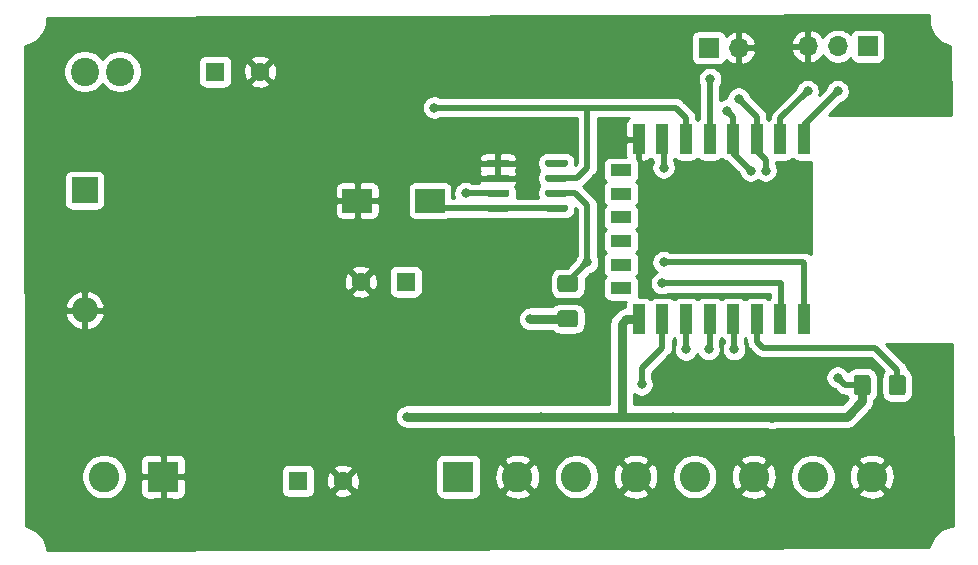
<source format=gbr>
G04 #@! TF.GenerationSoftware,KiCad,Pcbnew,5.1.6*
G04 #@! TF.CreationDate,2020-07-26T18:06:21+03:00*
G04 #@! TF.ProjectId,kicad-hamster-esp8266,6b696361-642d-4686-916d-737465722d65,rev?*
G04 #@! TF.SameCoordinates,Original*
G04 #@! TF.FileFunction,Copper,L2,Bot*
G04 #@! TF.FilePolarity,Positive*
%FSLAX46Y46*%
G04 Gerber Fmt 4.6, Leading zero omitted, Abs format (unit mm)*
G04 Created by KiCad (PCBNEW 5.1.6) date 2020-07-26 18:06:21*
%MOMM*%
%LPD*%
G01*
G04 APERTURE LIST*
G04 #@! TA.AperFunction,SMDPad,CuDef*
%ADD10R,1.000000X2.500000*%
G04 #@! TD*
G04 #@! TA.AperFunction,SMDPad,CuDef*
%ADD11R,1.800000X1.000000*%
G04 #@! TD*
G04 #@! TA.AperFunction,ComponentPad*
%ADD12O,1.700000X1.700000*%
G04 #@! TD*
G04 #@! TA.AperFunction,ComponentPad*
%ADD13R,1.700000X1.700000*%
G04 #@! TD*
G04 #@! TA.AperFunction,SMDPad,CuDef*
%ADD14R,2.500000X2.000000*%
G04 #@! TD*
G04 #@! TA.AperFunction,ComponentPad*
%ADD15C,1.600000*%
G04 #@! TD*
G04 #@! TA.AperFunction,ComponentPad*
%ADD16R,1.600000X1.600000*%
G04 #@! TD*
G04 #@! TA.AperFunction,ComponentPad*
%ADD17C,2.400000*%
G04 #@! TD*
G04 #@! TA.AperFunction,ComponentPad*
%ADD18O,2.200000X2.200000*%
G04 #@! TD*
G04 #@! TA.AperFunction,ComponentPad*
%ADD19R,2.200000X2.200000*%
G04 #@! TD*
G04 #@! TA.AperFunction,ComponentPad*
%ADD20R,2.600000X2.600000*%
G04 #@! TD*
G04 #@! TA.AperFunction,ComponentPad*
%ADD21C,2.600000*%
G04 #@! TD*
G04 #@! TA.AperFunction,ViaPad*
%ADD22C,0.800000*%
G04 #@! TD*
G04 #@! TA.AperFunction,Conductor*
%ADD23C,0.800000*%
G04 #@! TD*
G04 #@! TA.AperFunction,Conductor*
%ADD24C,0.500000*%
G04 #@! TD*
G04 #@! TA.AperFunction,Conductor*
%ADD25C,0.254000*%
G04 #@! TD*
G04 APERTURE END LIST*
D10*
X179268000Y-68092000D03*
X177268000Y-68092000D03*
X175268000Y-68092000D03*
X173268000Y-68092000D03*
X171268000Y-68092000D03*
X169268000Y-68092000D03*
X167268000Y-68092000D03*
X165268000Y-68092000D03*
D11*
X163768000Y-70692000D03*
X163768000Y-72692000D03*
X163768000Y-74692000D03*
X163768000Y-76692000D03*
X163768000Y-78692000D03*
X163768000Y-80692000D03*
D10*
X165268000Y-83292000D03*
X167268000Y-83292000D03*
X169268000Y-83292000D03*
X171268000Y-83292000D03*
X173268000Y-83292000D03*
X175268000Y-83292000D03*
X177268000Y-83292000D03*
X179268000Y-83292000D03*
G04 #@! TA.AperFunction,SMDPad,CuDef*
G36*
G01*
X157329000Y-74064000D02*
X157329000Y-73764000D01*
G75*
G02*
X157479000Y-73614000I150000J0D01*
G01*
X159129000Y-73614000D01*
G75*
G02*
X159279000Y-73764000I0J-150000D01*
G01*
X159279000Y-74064000D01*
G75*
G02*
X159129000Y-74214000I-150000J0D01*
G01*
X157479000Y-74214000D01*
G75*
G02*
X157329000Y-74064000I0J150000D01*
G01*
G37*
G04 #@! TD.AperFunction*
G04 #@! TA.AperFunction,SMDPad,CuDef*
G36*
G01*
X157329000Y-72794000D02*
X157329000Y-72494000D01*
G75*
G02*
X157479000Y-72344000I150000J0D01*
G01*
X159129000Y-72344000D01*
G75*
G02*
X159279000Y-72494000I0J-150000D01*
G01*
X159279000Y-72794000D01*
G75*
G02*
X159129000Y-72944000I-150000J0D01*
G01*
X157479000Y-72944000D01*
G75*
G02*
X157329000Y-72794000I0J150000D01*
G01*
G37*
G04 #@! TD.AperFunction*
G04 #@! TA.AperFunction,SMDPad,CuDef*
G36*
G01*
X157329000Y-71524000D02*
X157329000Y-71224000D01*
G75*
G02*
X157479000Y-71074000I150000J0D01*
G01*
X159129000Y-71074000D01*
G75*
G02*
X159279000Y-71224000I0J-150000D01*
G01*
X159279000Y-71524000D01*
G75*
G02*
X159129000Y-71674000I-150000J0D01*
G01*
X157479000Y-71674000D01*
G75*
G02*
X157329000Y-71524000I0J150000D01*
G01*
G37*
G04 #@! TD.AperFunction*
G04 #@! TA.AperFunction,SMDPad,CuDef*
G36*
G01*
X157329000Y-70254000D02*
X157329000Y-69954000D01*
G75*
G02*
X157479000Y-69804000I150000J0D01*
G01*
X159129000Y-69804000D01*
G75*
G02*
X159279000Y-69954000I0J-150000D01*
G01*
X159279000Y-70254000D01*
G75*
G02*
X159129000Y-70404000I-150000J0D01*
G01*
X157479000Y-70404000D01*
G75*
G02*
X157329000Y-70254000I0J150000D01*
G01*
G37*
G04 #@! TD.AperFunction*
G04 #@! TA.AperFunction,SMDPad,CuDef*
G36*
G01*
X152379000Y-70254000D02*
X152379000Y-69954000D01*
G75*
G02*
X152529000Y-69804000I150000J0D01*
G01*
X154179000Y-69804000D01*
G75*
G02*
X154329000Y-69954000I0J-150000D01*
G01*
X154329000Y-70254000D01*
G75*
G02*
X154179000Y-70404000I-150000J0D01*
G01*
X152529000Y-70404000D01*
G75*
G02*
X152379000Y-70254000I0J150000D01*
G01*
G37*
G04 #@! TD.AperFunction*
G04 #@! TA.AperFunction,SMDPad,CuDef*
G36*
G01*
X152379000Y-71524000D02*
X152379000Y-71224000D01*
G75*
G02*
X152529000Y-71074000I150000J0D01*
G01*
X154179000Y-71074000D01*
G75*
G02*
X154329000Y-71224000I0J-150000D01*
G01*
X154329000Y-71524000D01*
G75*
G02*
X154179000Y-71674000I-150000J0D01*
G01*
X152529000Y-71674000D01*
G75*
G02*
X152379000Y-71524000I0J150000D01*
G01*
G37*
G04 #@! TD.AperFunction*
G04 #@! TA.AperFunction,SMDPad,CuDef*
G36*
G01*
X152379000Y-72794000D02*
X152379000Y-72494000D01*
G75*
G02*
X152529000Y-72344000I150000J0D01*
G01*
X154179000Y-72344000D01*
G75*
G02*
X154329000Y-72494000I0J-150000D01*
G01*
X154329000Y-72794000D01*
G75*
G02*
X154179000Y-72944000I-150000J0D01*
G01*
X152529000Y-72944000D01*
G75*
G02*
X152379000Y-72794000I0J150000D01*
G01*
G37*
G04 #@! TD.AperFunction*
G04 #@! TA.AperFunction,SMDPad,CuDef*
G36*
G01*
X152379000Y-74064000D02*
X152379000Y-73764000D01*
G75*
G02*
X152529000Y-73614000I150000J0D01*
G01*
X154179000Y-73614000D01*
G75*
G02*
X154329000Y-73764000I0J-150000D01*
G01*
X154329000Y-74064000D01*
G75*
G02*
X154179000Y-74214000I-150000J0D01*
G01*
X152529000Y-74214000D01*
G75*
G02*
X152379000Y-74064000I0J150000D01*
G01*
G37*
G04 #@! TD.AperFunction*
D12*
X173736000Y-60325000D03*
D13*
X171196000Y-60325000D03*
D14*
X141446000Y-73279000D03*
X147606000Y-73279000D03*
G04 #@! TA.AperFunction,SMDPad,CuDef*
G36*
G01*
X186449000Y-89525000D02*
X186449000Y-88275000D01*
G75*
G02*
X186699000Y-88025000I250000J0D01*
G01*
X187624000Y-88025000D01*
G75*
G02*
X187874000Y-88275000I0J-250000D01*
G01*
X187874000Y-89525000D01*
G75*
G02*
X187624000Y-89775000I-250000J0D01*
G01*
X186699000Y-89775000D01*
G75*
G02*
X186449000Y-89525000I0J250000D01*
G01*
G37*
G04 #@! TD.AperFunction*
G04 #@! TA.AperFunction,SMDPad,CuDef*
G36*
G01*
X183474000Y-89525000D02*
X183474000Y-88275000D01*
G75*
G02*
X183724000Y-88025000I250000J0D01*
G01*
X184649000Y-88025000D01*
G75*
G02*
X184899000Y-88275000I0J-250000D01*
G01*
X184899000Y-89525000D01*
G75*
G02*
X184649000Y-89775000I-250000J0D01*
G01*
X183724000Y-89775000D01*
G75*
G02*
X183474000Y-89525000I0J250000D01*
G01*
G37*
G04 #@! TD.AperFunction*
D15*
X141742000Y-80137000D03*
D16*
X145542000Y-80137000D03*
G04 #@! TA.AperFunction,SMDPad,CuDef*
G36*
G01*
X159883000Y-81013000D02*
X158633000Y-81013000D01*
G75*
G02*
X158383000Y-80763000I0J250000D01*
G01*
X158383000Y-79838000D01*
G75*
G02*
X158633000Y-79588000I250000J0D01*
G01*
X159883000Y-79588000D01*
G75*
G02*
X160133000Y-79838000I0J-250000D01*
G01*
X160133000Y-80763000D01*
G75*
G02*
X159883000Y-81013000I-250000J0D01*
G01*
G37*
G04 #@! TD.AperFunction*
G04 #@! TA.AperFunction,SMDPad,CuDef*
G36*
G01*
X159883000Y-83988000D02*
X158633000Y-83988000D01*
G75*
G02*
X158383000Y-83738000I0J250000D01*
G01*
X158383000Y-82813000D01*
G75*
G02*
X158633000Y-82563000I250000J0D01*
G01*
X159883000Y-82563000D01*
G75*
G02*
X160133000Y-82813000I0J-250000D01*
G01*
X160133000Y-83738000D01*
G75*
G02*
X159883000Y-83988000I-250000J0D01*
G01*
G37*
G04 #@! TD.AperFunction*
D17*
X121364000Y-62357000D03*
X118364000Y-62357000D03*
D12*
X179578000Y-60198000D03*
X182118000Y-60198000D03*
D13*
X184658000Y-60198000D03*
D18*
X118364000Y-82550000D03*
D19*
X118364000Y-72390000D03*
D15*
X133213000Y-62357000D03*
D16*
X129413000Y-62357000D03*
D15*
X140230000Y-97010000D03*
D16*
X136430000Y-97010000D03*
D20*
X125000000Y-96650000D03*
D21*
X120000000Y-96650000D03*
D20*
X150000000Y-96650000D03*
D21*
X155000000Y-96650000D03*
X160000000Y-96650000D03*
X165000000Y-96650000D03*
X170000000Y-96650000D03*
X175000000Y-96650000D03*
X180000000Y-96650000D03*
X185000000Y-96650000D03*
D22*
X123825000Y-68199000D03*
X130530000Y-99990000D03*
X190030000Y-99880000D03*
X187960000Y-64135000D03*
X168148000Y-91567000D03*
X176530000Y-91694000D03*
X150622000Y-72644000D03*
X156083000Y-83312000D03*
X145669000Y-91567004D03*
X182117998Y-88265000D03*
X157022500Y-91577500D03*
X179578000Y-64008000D03*
X182118000Y-64008000D03*
X169268000Y-85882000D03*
X167386000Y-78486000D03*
X160909001Y-78486000D03*
X167259000Y-80264000D03*
X176022000Y-70739000D03*
X173736000Y-64643000D03*
X174752000Y-70739000D03*
X172720000Y-65659000D03*
X147955000Y-65405000D03*
X167386000Y-70485000D03*
X171323000Y-62992000D03*
X165510000Y-88830000D03*
X171196000Y-85852000D03*
X173355000Y-85852000D03*
D23*
X165227000Y-91567000D02*
X168148000Y-91567000D01*
D24*
X163830000Y-91440000D02*
X163703000Y-91567000D01*
D23*
X163703000Y-91567000D02*
X165227000Y-91567000D01*
X157734000Y-91567000D02*
X163703000Y-91567000D01*
X184186500Y-90260500D02*
X184186500Y-88900000D01*
X182880000Y-91567000D02*
X184186500Y-90260500D01*
X168148000Y-91567000D02*
X176403000Y-91567000D01*
X176403000Y-91567000D02*
X182880000Y-91567000D01*
X176403000Y-91567000D02*
X176530000Y-91694000D01*
D24*
X153354000Y-72644000D02*
X150622000Y-72644000D01*
D23*
X156119500Y-83275500D02*
X156083000Y-83312000D01*
X159258000Y-83275500D02*
X156119500Y-83275500D01*
X157734000Y-91567000D02*
X145669004Y-91567000D01*
X145669004Y-91567000D02*
X145669000Y-91567004D01*
D24*
X184186500Y-88900000D02*
X182752998Y-88900000D01*
X182752998Y-88900000D02*
X182117998Y-88265000D01*
D23*
X163830000Y-83693000D02*
X163830000Y-91440000D01*
X164231000Y-83292000D02*
X163830000Y-83693000D01*
X165268000Y-83292000D02*
X164231000Y-83292000D01*
D24*
X177268000Y-68092000D02*
X177268000Y-66318000D01*
X177268000Y-66318000D02*
X179578000Y-64008000D01*
X182118000Y-64008000D02*
X179268000Y-66858000D01*
X179268000Y-66858000D02*
X179268000Y-68092000D01*
X169268000Y-83292000D02*
X169268000Y-85882000D01*
X179268000Y-83292000D02*
X179268000Y-78542000D01*
X179212000Y-78486000D02*
X167386000Y-78486000D01*
X179268000Y-78542000D02*
X179212000Y-78486000D01*
X159258000Y-80300500D02*
X159258000Y-80137001D01*
X159258000Y-80137001D02*
X160909001Y-78486000D01*
X158304000Y-72644000D02*
X159893000Y-72644000D01*
X159893000Y-72644000D02*
X160909001Y-73660001D01*
X160909001Y-73660001D02*
X160909001Y-78486000D01*
X167259000Y-80264000D02*
X177292000Y-80264000D01*
X177292000Y-83268000D02*
X177268000Y-83292000D01*
X177292000Y-80264000D02*
X177292000Y-83268000D01*
X175268000Y-85225000D02*
X175268000Y-83292000D01*
X175768000Y-85725000D02*
X175268000Y-85225000D01*
X185293000Y-85725000D02*
X175768000Y-85725000D01*
X187161500Y-87593500D02*
X185293000Y-85725000D01*
X187161500Y-88900000D02*
X187161500Y-87593500D01*
X175268000Y-68092000D02*
X175268000Y-66175000D01*
X175268000Y-66175000D02*
X173736000Y-64643000D01*
X175268000Y-69096000D02*
X175268000Y-68092000D01*
X176022000Y-69850000D02*
X175268000Y-69096000D01*
X176022000Y-70739000D02*
X176022000Y-69850000D01*
X173268000Y-68092000D02*
X173268000Y-66207000D01*
X173268000Y-66207000D02*
X172720000Y-65659000D01*
X173268000Y-69255000D02*
X173268000Y-68092000D01*
X174752000Y-70739000D02*
X173268000Y-69255000D01*
X169268000Y-68092000D02*
X169268000Y-66271000D01*
X169268000Y-66271000D02*
X168402000Y-65405000D01*
X160909000Y-65405000D02*
X147955000Y-65405000D01*
X168402000Y-65405000D02*
X160909000Y-65405000D01*
X160909000Y-70495500D02*
X160909000Y-65405000D01*
X160030500Y-71374000D02*
X160909000Y-70495500D01*
X158304000Y-71374000D02*
X160030500Y-71374000D01*
X167386000Y-68210000D02*
X167268000Y-68092000D01*
X167386000Y-70485000D02*
X167386000Y-68210000D01*
X171268000Y-63047000D02*
X171323000Y-62992000D01*
X171268000Y-68092000D02*
X171268000Y-63047000D01*
X153354000Y-73914000D02*
X158304000Y-73914000D01*
X148241000Y-73914000D02*
X153354000Y-73914000D01*
X147606000Y-73279000D02*
X148241000Y-73914000D01*
X167268000Y-83292000D02*
X167268000Y-85732000D01*
X167268000Y-85732000D02*
X165510000Y-87490000D01*
X165510000Y-87490000D02*
X165510000Y-88830000D01*
X171268000Y-83292000D02*
X171268000Y-85780000D01*
X171268000Y-85780000D02*
X171196000Y-85852000D01*
X173355000Y-83379000D02*
X173268000Y-83292000D01*
X173355000Y-85852000D02*
X173355000Y-83379000D01*
D25*
G36*
X189830497Y-57796323D02*
G01*
X189830497Y-58223677D01*
X189913870Y-58642821D01*
X190077412Y-59037645D01*
X190314837Y-59392977D01*
X190617023Y-59695163D01*
X190972355Y-59932588D01*
X191367179Y-60096130D01*
X191658405Y-60154058D01*
X191691239Y-66015000D01*
X181362579Y-66015000D01*
X182363044Y-65014535D01*
X182419898Y-65003226D01*
X182608256Y-64925205D01*
X182777774Y-64811937D01*
X182921937Y-64667774D01*
X183035205Y-64498256D01*
X183113226Y-64309898D01*
X183153000Y-64109939D01*
X183153000Y-63906061D01*
X183113226Y-63706102D01*
X183035205Y-63517744D01*
X182921937Y-63348226D01*
X182777774Y-63204063D01*
X182608256Y-63090795D01*
X182419898Y-63012774D01*
X182219939Y-62973000D01*
X182016061Y-62973000D01*
X181816102Y-63012774D01*
X181627744Y-63090795D01*
X181458226Y-63204063D01*
X181314063Y-63348226D01*
X181200795Y-63517744D01*
X181122774Y-63706102D01*
X181111465Y-63762956D01*
X180575387Y-64299034D01*
X180613000Y-64109939D01*
X180613000Y-63906061D01*
X180573226Y-63706102D01*
X180495205Y-63517744D01*
X180381937Y-63348226D01*
X180237774Y-63204063D01*
X180068256Y-63090795D01*
X179879898Y-63012774D01*
X179679939Y-62973000D01*
X179476061Y-62973000D01*
X179276102Y-63012774D01*
X179087744Y-63090795D01*
X178918226Y-63204063D01*
X178774063Y-63348226D01*
X178660795Y-63517744D01*
X178582774Y-63706102D01*
X178571465Y-63762956D01*
X176672951Y-65661471D01*
X176639184Y-65689183D01*
X176611471Y-65722951D01*
X176611468Y-65722954D01*
X176528590Y-65823941D01*
X176446412Y-65977687D01*
X176395805Y-66144510D01*
X176378719Y-66318000D01*
X176380725Y-66338366D01*
X176316815Y-66390815D01*
X176268000Y-66450296D01*
X176219185Y-66390815D01*
X176153000Y-66336499D01*
X176153000Y-66218465D01*
X176157281Y-66174999D01*
X176153000Y-66131533D01*
X176153000Y-66131523D01*
X176140195Y-66001510D01*
X176089589Y-65834687D01*
X176007411Y-65680941D01*
X175972355Y-65638226D01*
X175924532Y-65579953D01*
X175924530Y-65579951D01*
X175896817Y-65546183D01*
X175863049Y-65518470D01*
X174742535Y-64397957D01*
X174731226Y-64341102D01*
X174653205Y-64152744D01*
X174539937Y-63983226D01*
X174395774Y-63839063D01*
X174226256Y-63725795D01*
X174037898Y-63647774D01*
X173837939Y-63608000D01*
X173634061Y-63608000D01*
X173434102Y-63647774D01*
X173245744Y-63725795D01*
X173076226Y-63839063D01*
X172932063Y-63983226D01*
X172818795Y-64152744D01*
X172740774Y-64341102D01*
X172701000Y-64541061D01*
X172701000Y-64624000D01*
X172618061Y-64624000D01*
X172418102Y-64663774D01*
X172229744Y-64741795D01*
X172153000Y-64793074D01*
X172153000Y-63612768D01*
X172240205Y-63482256D01*
X172318226Y-63293898D01*
X172358000Y-63093939D01*
X172358000Y-62890061D01*
X172318226Y-62690102D01*
X172240205Y-62501744D01*
X172126937Y-62332226D01*
X171982774Y-62188063D01*
X171813256Y-62074795D01*
X171624898Y-61996774D01*
X171424939Y-61957000D01*
X171221061Y-61957000D01*
X171021102Y-61996774D01*
X170832744Y-62074795D01*
X170663226Y-62188063D01*
X170519063Y-62332226D01*
X170405795Y-62501744D01*
X170327774Y-62690102D01*
X170288000Y-62890061D01*
X170288000Y-63093939D01*
X170327774Y-63293898D01*
X170383001Y-63427227D01*
X170383000Y-66336498D01*
X170316815Y-66390815D01*
X170268000Y-66450296D01*
X170219185Y-66390815D01*
X170153000Y-66336499D01*
X170153000Y-66314469D01*
X170157281Y-66271000D01*
X170153000Y-66227531D01*
X170153000Y-66227523D01*
X170140195Y-66097510D01*
X170130265Y-66064774D01*
X170124843Y-66046903D01*
X170089589Y-65930687D01*
X170007411Y-65776941D01*
X169949928Y-65706898D01*
X169924532Y-65675953D01*
X169924530Y-65675951D01*
X169896817Y-65642183D01*
X169863049Y-65614470D01*
X169058534Y-64809956D01*
X169030817Y-64776183D01*
X168896059Y-64665589D01*
X168742313Y-64583411D01*
X168575490Y-64532805D01*
X168445477Y-64520000D01*
X168445469Y-64520000D01*
X168402000Y-64515719D01*
X168358531Y-64520000D01*
X160952477Y-64520000D01*
X160909000Y-64515718D01*
X160865524Y-64520000D01*
X148493454Y-64520000D01*
X148445256Y-64487795D01*
X148256898Y-64409774D01*
X148056939Y-64370000D01*
X147853061Y-64370000D01*
X147653102Y-64409774D01*
X147464744Y-64487795D01*
X147295226Y-64601063D01*
X147151063Y-64745226D01*
X147037795Y-64914744D01*
X146959774Y-65103102D01*
X146920000Y-65303061D01*
X146920000Y-65506939D01*
X146959774Y-65706898D01*
X147037795Y-65895256D01*
X147151063Y-66064774D01*
X147295226Y-66208937D01*
X147464744Y-66322205D01*
X147653102Y-66400226D01*
X147853061Y-66440000D01*
X148056939Y-66440000D01*
X148256898Y-66400226D01*
X148445256Y-66322205D01*
X148493454Y-66290000D01*
X160024001Y-66290000D01*
X160024000Y-70128921D01*
X159917072Y-70235849D01*
X159917072Y-69954000D01*
X159901929Y-69800255D01*
X159857084Y-69652418D01*
X159784258Y-69516171D01*
X159686251Y-69396749D01*
X159566829Y-69298742D01*
X159430582Y-69225916D01*
X159282745Y-69181071D01*
X159129000Y-69165928D01*
X157479000Y-69165928D01*
X157325255Y-69181071D01*
X157177418Y-69225916D01*
X157041171Y-69298742D01*
X156921749Y-69396749D01*
X156823742Y-69516171D01*
X156750916Y-69652418D01*
X156706071Y-69800255D01*
X156690928Y-69954000D01*
X156690928Y-70254000D01*
X156706071Y-70407745D01*
X156750916Y-70555582D01*
X156823742Y-70691829D01*
X156862454Y-70739000D01*
X156823742Y-70786171D01*
X156750916Y-70922418D01*
X156706071Y-71070255D01*
X156690928Y-71224000D01*
X156690928Y-71524000D01*
X156706071Y-71677745D01*
X156750916Y-71825582D01*
X156823742Y-71961829D01*
X156862454Y-72009000D01*
X156823742Y-72056171D01*
X156750916Y-72192418D01*
X156706071Y-72340255D01*
X156690928Y-72494000D01*
X156690928Y-72794000D01*
X156706071Y-72947745D01*
X156730719Y-73029000D01*
X154927281Y-73029000D01*
X154951929Y-72947745D01*
X154967072Y-72794000D01*
X154967072Y-72494000D01*
X154951929Y-72340255D01*
X154907084Y-72192418D01*
X154835270Y-72058064D01*
X154859537Y-72028494D01*
X154918502Y-71918180D01*
X154954812Y-71798482D01*
X154967072Y-71674000D01*
X154964000Y-71659750D01*
X154805250Y-71501000D01*
X153481000Y-71501000D01*
X153481000Y-71521000D01*
X153227000Y-71521000D01*
X153227000Y-71501000D01*
X151902750Y-71501000D01*
X151744000Y-71659750D01*
X151740928Y-71674000D01*
X151749299Y-71759000D01*
X151160454Y-71759000D01*
X151112256Y-71726795D01*
X150923898Y-71648774D01*
X150723939Y-71609000D01*
X150520061Y-71609000D01*
X150320102Y-71648774D01*
X150131744Y-71726795D01*
X149962226Y-71840063D01*
X149818063Y-71984226D01*
X149704795Y-72153744D01*
X149626774Y-72342102D01*
X149587000Y-72542061D01*
X149587000Y-72745939D01*
X149626774Y-72945898D01*
X149661196Y-73029000D01*
X149494072Y-73029000D01*
X149494072Y-72279000D01*
X149481812Y-72154518D01*
X149445502Y-72034820D01*
X149386537Y-71924506D01*
X149307185Y-71827815D01*
X149210494Y-71748463D01*
X149100180Y-71689498D01*
X148980482Y-71653188D01*
X148856000Y-71640928D01*
X146356000Y-71640928D01*
X146231518Y-71653188D01*
X146111820Y-71689498D01*
X146001506Y-71748463D01*
X145904815Y-71827815D01*
X145825463Y-71924506D01*
X145766498Y-72034820D01*
X145730188Y-72154518D01*
X145717928Y-72279000D01*
X145717928Y-74279000D01*
X145730188Y-74403482D01*
X145766498Y-74523180D01*
X145825463Y-74633494D01*
X145904815Y-74730185D01*
X146001506Y-74809537D01*
X146111820Y-74868502D01*
X146231518Y-74904812D01*
X146356000Y-74917072D01*
X148856000Y-74917072D01*
X148980482Y-74904812D01*
X149100180Y-74868502D01*
X149210494Y-74809537D01*
X149223333Y-74799000D01*
X152250217Y-74799000D01*
X152375255Y-74836929D01*
X152529000Y-74852072D01*
X154179000Y-74852072D01*
X154332745Y-74836929D01*
X154457783Y-74799000D01*
X157200217Y-74799000D01*
X157325255Y-74836929D01*
X157479000Y-74852072D01*
X159129000Y-74852072D01*
X159282745Y-74836929D01*
X159430582Y-74792084D01*
X159566829Y-74719258D01*
X159686251Y-74621251D01*
X159784258Y-74501829D01*
X159857084Y-74365582D01*
X159901929Y-74217745D01*
X159917072Y-74064000D01*
X159917072Y-73919651D01*
X160024001Y-74026580D01*
X160024002Y-77947544D01*
X159991796Y-77995744D01*
X159913775Y-78184102D01*
X159902466Y-78240956D01*
X159193495Y-78949928D01*
X158633000Y-78949928D01*
X158459746Y-78966992D01*
X158293150Y-79017528D01*
X158139614Y-79099595D01*
X158005038Y-79210038D01*
X157894595Y-79344614D01*
X157812528Y-79498150D01*
X157761992Y-79664746D01*
X157744928Y-79838000D01*
X157744928Y-80763000D01*
X157761992Y-80936254D01*
X157812528Y-81102850D01*
X157894595Y-81256386D01*
X158005038Y-81390962D01*
X158139614Y-81501405D01*
X158293150Y-81583472D01*
X158459746Y-81634008D01*
X158633000Y-81651072D01*
X159883000Y-81651072D01*
X160056254Y-81634008D01*
X160222850Y-81583472D01*
X160376386Y-81501405D01*
X160510962Y-81390962D01*
X160621405Y-81256386D01*
X160703472Y-81102850D01*
X160754008Y-80936254D01*
X160771072Y-80763000D01*
X160771072Y-79875508D01*
X161154045Y-79492535D01*
X161210899Y-79481226D01*
X161399257Y-79403205D01*
X161568775Y-79289937D01*
X161712938Y-79145774D01*
X161826206Y-78976256D01*
X161904227Y-78787898D01*
X161944001Y-78587939D01*
X161944001Y-78384061D01*
X161904227Y-78184102D01*
X161826206Y-77995744D01*
X161794001Y-77947546D01*
X161794001Y-73703466D01*
X161798282Y-73660000D01*
X161794001Y-73616534D01*
X161794001Y-73616524D01*
X161781196Y-73486511D01*
X161730590Y-73319688D01*
X161648412Y-73165942D01*
X161537818Y-73031184D01*
X161504051Y-73003472D01*
X160573678Y-72073100D01*
X160659317Y-72002817D01*
X160687034Y-71969044D01*
X161504050Y-71152029D01*
X161537817Y-71124317D01*
X161574752Y-71079313D01*
X161648411Y-70989559D01*
X161730589Y-70835814D01*
X161781195Y-70668990D01*
X161782875Y-70651928D01*
X161794000Y-70538977D01*
X161794000Y-70538969D01*
X161798281Y-70495500D01*
X161794000Y-70452031D01*
X161794000Y-66290000D01*
X164453660Y-66290000D01*
X164413506Y-66311463D01*
X164316815Y-66390815D01*
X164237463Y-66487506D01*
X164178498Y-66597820D01*
X164142188Y-66717518D01*
X164129928Y-66842000D01*
X164133000Y-67806250D01*
X164291750Y-67965000D01*
X165141000Y-67965000D01*
X165141000Y-67945000D01*
X165395000Y-67945000D01*
X165395000Y-67965000D01*
X165415000Y-67965000D01*
X165415000Y-68219000D01*
X165395000Y-68219000D01*
X165395000Y-69818250D01*
X165553750Y-69977000D01*
X165768000Y-69980072D01*
X165892482Y-69967812D01*
X166012180Y-69931502D01*
X166122494Y-69872537D01*
X166219185Y-69793185D01*
X166268000Y-69733704D01*
X166316815Y-69793185D01*
X166413506Y-69872537D01*
X166501000Y-69919304D01*
X166501000Y-69946545D01*
X166468795Y-69994744D01*
X166390774Y-70183102D01*
X166351000Y-70383061D01*
X166351000Y-70586939D01*
X166390774Y-70786898D01*
X166468795Y-70975256D01*
X166582063Y-71144774D01*
X166726226Y-71288937D01*
X166895744Y-71402205D01*
X167084102Y-71480226D01*
X167284061Y-71520000D01*
X167487939Y-71520000D01*
X167687898Y-71480226D01*
X167876256Y-71402205D01*
X168045774Y-71288937D01*
X168189937Y-71144774D01*
X168303205Y-70975256D01*
X168381226Y-70786898D01*
X168421000Y-70586939D01*
X168421000Y-70383061D01*
X168381226Y-70183102D01*
X168303205Y-69994744D01*
X168271000Y-69946546D01*
X168271000Y-69737359D01*
X168316815Y-69793185D01*
X168413506Y-69872537D01*
X168523820Y-69931502D01*
X168643518Y-69967812D01*
X168768000Y-69980072D01*
X169768000Y-69980072D01*
X169892482Y-69967812D01*
X170012180Y-69931502D01*
X170122494Y-69872537D01*
X170219185Y-69793185D01*
X170268000Y-69733704D01*
X170316815Y-69793185D01*
X170413506Y-69872537D01*
X170523820Y-69931502D01*
X170643518Y-69967812D01*
X170768000Y-69980072D01*
X171768000Y-69980072D01*
X171892482Y-69967812D01*
X172012180Y-69931502D01*
X172122494Y-69872537D01*
X172219185Y-69793185D01*
X172268000Y-69733704D01*
X172316815Y-69793185D01*
X172413506Y-69872537D01*
X172523820Y-69931502D01*
X172643518Y-69967812D01*
X172738598Y-69977176D01*
X173745465Y-70984044D01*
X173756774Y-71040898D01*
X173834795Y-71229256D01*
X173948063Y-71398774D01*
X174092226Y-71542937D01*
X174261744Y-71656205D01*
X174450102Y-71734226D01*
X174650061Y-71774000D01*
X174853939Y-71774000D01*
X175053898Y-71734226D01*
X175242256Y-71656205D01*
X175387000Y-71559490D01*
X175531744Y-71656205D01*
X175720102Y-71734226D01*
X175920061Y-71774000D01*
X176123939Y-71774000D01*
X176323898Y-71734226D01*
X176512256Y-71656205D01*
X176681774Y-71542937D01*
X176825937Y-71398774D01*
X176939205Y-71229256D01*
X177017226Y-71040898D01*
X177057000Y-70840939D01*
X177057000Y-70637061D01*
X177017226Y-70437102D01*
X176939205Y-70248744D01*
X176907000Y-70200546D01*
X176907000Y-69980072D01*
X177768000Y-69980072D01*
X177892482Y-69967812D01*
X178012180Y-69931502D01*
X178122494Y-69872537D01*
X178219185Y-69793185D01*
X178268000Y-69733704D01*
X178316815Y-69793185D01*
X178413506Y-69872537D01*
X178523820Y-69931502D01*
X178643518Y-69967812D01*
X178768000Y-69980072D01*
X179768000Y-69980072D01*
X179815000Y-69975443D01*
X179815001Y-77835996D01*
X179706059Y-77746589D01*
X179552313Y-77664411D01*
X179385490Y-77613805D01*
X179255477Y-77601000D01*
X179255469Y-77601000D01*
X179212000Y-77596719D01*
X179168531Y-77601000D01*
X167924454Y-77601000D01*
X167876256Y-77568795D01*
X167687898Y-77490774D01*
X167487939Y-77451000D01*
X167284061Y-77451000D01*
X167084102Y-77490774D01*
X166895744Y-77568795D01*
X166726226Y-77682063D01*
X166582063Y-77826226D01*
X166468795Y-77995744D01*
X166390774Y-78184102D01*
X166351000Y-78384061D01*
X166351000Y-78587939D01*
X166390774Y-78787898D01*
X166468795Y-78976256D01*
X166582063Y-79145774D01*
X166726226Y-79289937D01*
X166795027Y-79335908D01*
X166768744Y-79346795D01*
X166599226Y-79460063D01*
X166455063Y-79604226D01*
X166341795Y-79773744D01*
X166263774Y-79962102D01*
X166224000Y-80162061D01*
X166224000Y-80365939D01*
X166263774Y-80565898D01*
X166341795Y-80754256D01*
X166455063Y-80923774D01*
X166599226Y-81067937D01*
X166768744Y-81181205D01*
X166957102Y-81259226D01*
X167157061Y-81299000D01*
X167360939Y-81299000D01*
X167560898Y-81259226D01*
X167749256Y-81181205D01*
X167797454Y-81149000D01*
X176407000Y-81149000D01*
X176407000Y-81516802D01*
X176316815Y-81590815D01*
X176268000Y-81650296D01*
X176219185Y-81590815D01*
X176122494Y-81511463D01*
X176012180Y-81452498D01*
X175892482Y-81416188D01*
X175768000Y-81403928D01*
X174768000Y-81403928D01*
X174643518Y-81416188D01*
X174523820Y-81452498D01*
X174413506Y-81511463D01*
X174316815Y-81590815D01*
X174268000Y-81650296D01*
X174219185Y-81590815D01*
X174122494Y-81511463D01*
X174012180Y-81452498D01*
X173892482Y-81416188D01*
X173768000Y-81403928D01*
X172768000Y-81403928D01*
X172643518Y-81416188D01*
X172523820Y-81452498D01*
X172413506Y-81511463D01*
X172316815Y-81590815D01*
X172268000Y-81650296D01*
X172219185Y-81590815D01*
X172122494Y-81511463D01*
X172012180Y-81452498D01*
X171892482Y-81416188D01*
X171768000Y-81403928D01*
X170768000Y-81403928D01*
X170643518Y-81416188D01*
X170523820Y-81452498D01*
X170413506Y-81511463D01*
X170316815Y-81590815D01*
X170268000Y-81650296D01*
X170219185Y-81590815D01*
X170122494Y-81511463D01*
X170012180Y-81452498D01*
X169892482Y-81416188D01*
X169768000Y-81403928D01*
X168768000Y-81403928D01*
X168643518Y-81416188D01*
X168523820Y-81452498D01*
X168413506Y-81511463D01*
X168316815Y-81590815D01*
X168268000Y-81650296D01*
X168219185Y-81590815D01*
X168122494Y-81511463D01*
X168012180Y-81452498D01*
X167892482Y-81416188D01*
X167768000Y-81403928D01*
X166768000Y-81403928D01*
X166643518Y-81416188D01*
X166523820Y-81452498D01*
X166413506Y-81511463D01*
X166316815Y-81590815D01*
X166268000Y-81650296D01*
X166219185Y-81590815D01*
X166122494Y-81511463D01*
X166012180Y-81452498D01*
X165892482Y-81416188D01*
X165768000Y-81403928D01*
X165267286Y-81403928D01*
X165293812Y-81316482D01*
X165306072Y-81192000D01*
X165306072Y-80192000D01*
X165293812Y-80067518D01*
X165257502Y-79947820D01*
X165198537Y-79837506D01*
X165119185Y-79740815D01*
X165059704Y-79692000D01*
X165119185Y-79643185D01*
X165198537Y-79546494D01*
X165257502Y-79436180D01*
X165293812Y-79316482D01*
X165306072Y-79192000D01*
X165306072Y-78192000D01*
X165293812Y-78067518D01*
X165257502Y-77947820D01*
X165198537Y-77837506D01*
X165119185Y-77740815D01*
X165059704Y-77692000D01*
X165119185Y-77643185D01*
X165198537Y-77546494D01*
X165257502Y-77436180D01*
X165293812Y-77316482D01*
X165306072Y-77192000D01*
X165306072Y-76192000D01*
X165293812Y-76067518D01*
X165257502Y-75947820D01*
X165198537Y-75837506D01*
X165119185Y-75740815D01*
X165059704Y-75692000D01*
X165119185Y-75643185D01*
X165198537Y-75546494D01*
X165257502Y-75436180D01*
X165293812Y-75316482D01*
X165306072Y-75192000D01*
X165306072Y-74192000D01*
X165293812Y-74067518D01*
X165257502Y-73947820D01*
X165198537Y-73837506D01*
X165119185Y-73740815D01*
X165059704Y-73692000D01*
X165119185Y-73643185D01*
X165198537Y-73546494D01*
X165257502Y-73436180D01*
X165293812Y-73316482D01*
X165306072Y-73192000D01*
X165306072Y-72192000D01*
X165293812Y-72067518D01*
X165257502Y-71947820D01*
X165198537Y-71837506D01*
X165119185Y-71740815D01*
X165059704Y-71692000D01*
X165119185Y-71643185D01*
X165198537Y-71546494D01*
X165257502Y-71436180D01*
X165293812Y-71316482D01*
X165306072Y-71192000D01*
X165306072Y-70192000D01*
X165293812Y-70067518D01*
X165257502Y-69947820D01*
X165198537Y-69837506D01*
X165141000Y-69767397D01*
X165141000Y-68219000D01*
X164291750Y-68219000D01*
X164133000Y-68377750D01*
X164129928Y-69342000D01*
X164142188Y-69466482D01*
X164168714Y-69553928D01*
X162868000Y-69553928D01*
X162743518Y-69566188D01*
X162623820Y-69602498D01*
X162513506Y-69661463D01*
X162416815Y-69740815D01*
X162337463Y-69837506D01*
X162278498Y-69947820D01*
X162242188Y-70067518D01*
X162229928Y-70192000D01*
X162229928Y-71192000D01*
X162242188Y-71316482D01*
X162278498Y-71436180D01*
X162337463Y-71546494D01*
X162416815Y-71643185D01*
X162476296Y-71692000D01*
X162416815Y-71740815D01*
X162337463Y-71837506D01*
X162278498Y-71947820D01*
X162242188Y-72067518D01*
X162229928Y-72192000D01*
X162229928Y-73192000D01*
X162242188Y-73316482D01*
X162278498Y-73436180D01*
X162337463Y-73546494D01*
X162416815Y-73643185D01*
X162476296Y-73692000D01*
X162416815Y-73740815D01*
X162337463Y-73837506D01*
X162278498Y-73947820D01*
X162242188Y-74067518D01*
X162229928Y-74192000D01*
X162229928Y-75192000D01*
X162242188Y-75316482D01*
X162278498Y-75436180D01*
X162337463Y-75546494D01*
X162416815Y-75643185D01*
X162476296Y-75692000D01*
X162416815Y-75740815D01*
X162337463Y-75837506D01*
X162278498Y-75947820D01*
X162242188Y-76067518D01*
X162229928Y-76192000D01*
X162229928Y-77192000D01*
X162242188Y-77316482D01*
X162278498Y-77436180D01*
X162337463Y-77546494D01*
X162416815Y-77643185D01*
X162476296Y-77692000D01*
X162416815Y-77740815D01*
X162337463Y-77837506D01*
X162278498Y-77947820D01*
X162242188Y-78067518D01*
X162229928Y-78192000D01*
X162229928Y-79192000D01*
X162242188Y-79316482D01*
X162278498Y-79436180D01*
X162337463Y-79546494D01*
X162416815Y-79643185D01*
X162476296Y-79692000D01*
X162416815Y-79740815D01*
X162337463Y-79837506D01*
X162278498Y-79947820D01*
X162242188Y-80067518D01*
X162229928Y-80192000D01*
X162229928Y-81192000D01*
X162242188Y-81316482D01*
X162278498Y-81436180D01*
X162337463Y-81546494D01*
X162416815Y-81643185D01*
X162513506Y-81722537D01*
X162623820Y-81781502D01*
X162743518Y-81817812D01*
X162868000Y-81830072D01*
X164168714Y-81830072D01*
X164142188Y-81917518D01*
X164129928Y-82042000D01*
X164129928Y-82261948D01*
X164028105Y-82271976D01*
X163833007Y-82331159D01*
X163653203Y-82427266D01*
X163495604Y-82556604D01*
X163463193Y-82596097D01*
X163134097Y-82925193D01*
X163094604Y-82957604D01*
X162965266Y-83115203D01*
X162869159Y-83295008D01*
X162809976Y-83490106D01*
X162795000Y-83642163D01*
X162795000Y-83642172D01*
X162789994Y-83693000D01*
X162795000Y-83743828D01*
X162795001Y-90532000D01*
X145719839Y-90532000D01*
X145669004Y-90526993D01*
X145618169Y-90532000D01*
X145618166Y-90532000D01*
X145618125Y-90532004D01*
X145567061Y-90532004D01*
X145516979Y-90541966D01*
X145466109Y-90546976D01*
X145417196Y-90561814D01*
X145367102Y-90571778D01*
X145319912Y-90591325D01*
X145271011Y-90606159D01*
X145225942Y-90630249D01*
X145178744Y-90649799D01*
X145136268Y-90678180D01*
X145091207Y-90702266D01*
X145051711Y-90734680D01*
X145009226Y-90763067D01*
X144973096Y-90799197D01*
X144933608Y-90831604D01*
X144901201Y-90871092D01*
X144865063Y-90907230D01*
X144836671Y-90949721D01*
X144804266Y-90989207D01*
X144780187Y-91034256D01*
X144751795Y-91076748D01*
X144732236Y-91123968D01*
X144708160Y-91169011D01*
X144693335Y-91217882D01*
X144673774Y-91265106D01*
X144663803Y-91315236D01*
X144648977Y-91364109D01*
X144643971Y-91414937D01*
X144634000Y-91465065D01*
X144634000Y-91516176D01*
X144628994Y-91567004D01*
X144634000Y-91617832D01*
X144634000Y-91668943D01*
X144643971Y-91719071D01*
X144648977Y-91769899D01*
X144663803Y-91818772D01*
X144673774Y-91868902D01*
X144693335Y-91916126D01*
X144708160Y-91964997D01*
X144732236Y-92010040D01*
X144751795Y-92057260D01*
X144780187Y-92099752D01*
X144804266Y-92144801D01*
X144836672Y-92184288D01*
X144865063Y-92226778D01*
X144901197Y-92262912D01*
X144933604Y-92302400D01*
X144973092Y-92334807D01*
X145009226Y-92370941D01*
X145051716Y-92399332D01*
X145091203Y-92431738D01*
X145136252Y-92455817D01*
X145178744Y-92484209D01*
X145225964Y-92503768D01*
X145271007Y-92527844D01*
X145319878Y-92542669D01*
X145367102Y-92562230D01*
X145417232Y-92572201D01*
X145466105Y-92587027D01*
X145516933Y-92592033D01*
X145567061Y-92602004D01*
X145618172Y-92602004D01*
X145669000Y-92607010D01*
X145719828Y-92602004D01*
X145770939Y-92602004D01*
X145770959Y-92602000D01*
X156867774Y-92602000D01*
X156920561Y-92612500D01*
X157124439Y-92612500D01*
X157177226Y-92602000D01*
X176025968Y-92602000D01*
X176039744Y-92611205D01*
X176086964Y-92630764D01*
X176132007Y-92654840D01*
X176180878Y-92669665D01*
X176228102Y-92689226D01*
X176278232Y-92699197D01*
X176327105Y-92714023D01*
X176377933Y-92719029D01*
X176428061Y-92729000D01*
X176479171Y-92729000D01*
X176529999Y-92734006D01*
X176580827Y-92729000D01*
X176631939Y-92729000D01*
X176682067Y-92719029D01*
X176732895Y-92714023D01*
X176781768Y-92699197D01*
X176831898Y-92689226D01*
X176879122Y-92669665D01*
X176927993Y-92654840D01*
X176973036Y-92630764D01*
X177020256Y-92611205D01*
X177034032Y-92602000D01*
X182829172Y-92602000D01*
X182880000Y-92607006D01*
X182930828Y-92602000D01*
X182930838Y-92602000D01*
X183082895Y-92587024D01*
X183277993Y-92527841D01*
X183457797Y-92431734D01*
X183615396Y-92302396D01*
X183647807Y-92262903D01*
X184882408Y-91028303D01*
X184921896Y-90995896D01*
X184962892Y-90945942D01*
X185051234Y-90838298D01*
X185125810Y-90698774D01*
X185147341Y-90658493D01*
X185206524Y-90463395D01*
X185221500Y-90311338D01*
X185221500Y-90311329D01*
X185226506Y-90260501D01*
X185221500Y-90209673D01*
X185221500Y-90198478D01*
X185276962Y-90152962D01*
X185387405Y-90018386D01*
X185469472Y-89864850D01*
X185520008Y-89698254D01*
X185537072Y-89525000D01*
X185537072Y-88275000D01*
X185520008Y-88101746D01*
X185469472Y-87935150D01*
X185387405Y-87781614D01*
X185276962Y-87647038D01*
X185142386Y-87536595D01*
X184988850Y-87454528D01*
X184822254Y-87403992D01*
X184649000Y-87386928D01*
X183724000Y-87386928D01*
X183550746Y-87403992D01*
X183384150Y-87454528D01*
X183230614Y-87536595D01*
X183096038Y-87647038D01*
X183015470Y-87745211D01*
X182921935Y-87605226D01*
X182777772Y-87461063D01*
X182608254Y-87347795D01*
X182419896Y-87269774D01*
X182219937Y-87230000D01*
X182016059Y-87230000D01*
X181816100Y-87269774D01*
X181627742Y-87347795D01*
X181458224Y-87461063D01*
X181314061Y-87605226D01*
X181200793Y-87774744D01*
X181122772Y-87963102D01*
X181082998Y-88163061D01*
X181082998Y-88366939D01*
X181122772Y-88566898D01*
X181200793Y-88755256D01*
X181314061Y-88924774D01*
X181458224Y-89068937D01*
X181627742Y-89182205D01*
X181816100Y-89260226D01*
X181872954Y-89271535D01*
X182096468Y-89495049D01*
X182124181Y-89528817D01*
X182157949Y-89556530D01*
X182157951Y-89556532D01*
X182258939Y-89639411D01*
X182412684Y-89721589D01*
X182497128Y-89747205D01*
X182579508Y-89772195D01*
X182709521Y-89785000D01*
X182709529Y-89785000D01*
X182752998Y-89789281D01*
X182796467Y-89785000D01*
X182879306Y-89785000D01*
X182903528Y-89864850D01*
X182978388Y-90004902D01*
X182451290Y-90532000D01*
X176453828Y-90532000D01*
X176403000Y-90526994D01*
X176352172Y-90532000D01*
X164865000Y-90532000D01*
X164865000Y-89643809D01*
X165019744Y-89747205D01*
X165208102Y-89825226D01*
X165408061Y-89865000D01*
X165611939Y-89865000D01*
X165811898Y-89825226D01*
X166000256Y-89747205D01*
X166169774Y-89633937D01*
X166313937Y-89489774D01*
X166427205Y-89320256D01*
X166505226Y-89131898D01*
X166545000Y-88931939D01*
X166545000Y-88728061D01*
X166505226Y-88528102D01*
X166427205Y-88339744D01*
X166395000Y-88291546D01*
X166395000Y-87856578D01*
X167863049Y-86388530D01*
X167896817Y-86360817D01*
X167930278Y-86320046D01*
X168007410Y-86226060D01*
X168009413Y-86222313D01*
X168089589Y-86072313D01*
X168140195Y-85905490D01*
X168153000Y-85775477D01*
X168153000Y-85775467D01*
X168157281Y-85732001D01*
X168153000Y-85688535D01*
X168153000Y-85047501D01*
X168219185Y-84993185D01*
X168268000Y-84933704D01*
X168316815Y-84993185D01*
X168383001Y-85047502D01*
X168383001Y-85343545D01*
X168350795Y-85391744D01*
X168272774Y-85580102D01*
X168233000Y-85780061D01*
X168233000Y-85983939D01*
X168272774Y-86183898D01*
X168350795Y-86372256D01*
X168464063Y-86541774D01*
X168608226Y-86685937D01*
X168777744Y-86799205D01*
X168966102Y-86877226D01*
X169166061Y-86917000D01*
X169369939Y-86917000D01*
X169569898Y-86877226D01*
X169758256Y-86799205D01*
X169927774Y-86685937D01*
X170071937Y-86541774D01*
X170185205Y-86372256D01*
X170238213Y-86244284D01*
X170278795Y-86342256D01*
X170392063Y-86511774D01*
X170536226Y-86655937D01*
X170705744Y-86769205D01*
X170894102Y-86847226D01*
X171094061Y-86887000D01*
X171297939Y-86887000D01*
X171497898Y-86847226D01*
X171686256Y-86769205D01*
X171855774Y-86655937D01*
X171999937Y-86511774D01*
X172113205Y-86342256D01*
X172191226Y-86153898D01*
X172231000Y-85953939D01*
X172231000Y-85750061D01*
X172191226Y-85550102D01*
X172153000Y-85457817D01*
X172153000Y-85047501D01*
X172219185Y-84993185D01*
X172268000Y-84933704D01*
X172316815Y-84993185D01*
X172413506Y-85072537D01*
X172470000Y-85102734D01*
X172470000Y-85313545D01*
X172437795Y-85361744D01*
X172359774Y-85550102D01*
X172320000Y-85750061D01*
X172320000Y-85953939D01*
X172359774Y-86153898D01*
X172437795Y-86342256D01*
X172551063Y-86511774D01*
X172695226Y-86655937D01*
X172864744Y-86769205D01*
X173053102Y-86847226D01*
X173253061Y-86887000D01*
X173456939Y-86887000D01*
X173656898Y-86847226D01*
X173845256Y-86769205D01*
X174014774Y-86655937D01*
X174158937Y-86511774D01*
X174272205Y-86342256D01*
X174350226Y-86153898D01*
X174390000Y-85953939D01*
X174390000Y-85750061D01*
X174350226Y-85550102D01*
X174272205Y-85361744D01*
X174240000Y-85313546D01*
X174240000Y-84967822D01*
X174268000Y-84933704D01*
X174316815Y-84993185D01*
X174383000Y-85047502D01*
X174383000Y-85181531D01*
X174378719Y-85225000D01*
X174383000Y-85268469D01*
X174383000Y-85268476D01*
X174395805Y-85398489D01*
X174446411Y-85565312D01*
X174528589Y-85719058D01*
X174639183Y-85853817D01*
X174672956Y-85881534D01*
X175111466Y-86320044D01*
X175139183Y-86353817D01*
X175273941Y-86464411D01*
X175427687Y-86546589D01*
X175594510Y-86597195D01*
X175724523Y-86610000D01*
X175724531Y-86610000D01*
X175768000Y-86614281D01*
X175811469Y-86610000D01*
X184926422Y-86610000D01*
X186022547Y-87706125D01*
X185960595Y-87781614D01*
X185878528Y-87935150D01*
X185827992Y-88101746D01*
X185810928Y-88275000D01*
X185810928Y-89525000D01*
X185827992Y-89698254D01*
X185878528Y-89864850D01*
X185960595Y-90018386D01*
X186071038Y-90152962D01*
X186205614Y-90263405D01*
X186359150Y-90345472D01*
X186525746Y-90396008D01*
X186699000Y-90413072D01*
X187624000Y-90413072D01*
X187797254Y-90396008D01*
X187963850Y-90345472D01*
X188117386Y-90263405D01*
X188251962Y-90152962D01*
X188362405Y-90018386D01*
X188444472Y-89864850D01*
X188495008Y-89698254D01*
X188512072Y-89525000D01*
X188512072Y-88275000D01*
X188495008Y-88101746D01*
X188444472Y-87935150D01*
X188362405Y-87781614D01*
X188251962Y-87647038D01*
X188117386Y-87536595D01*
X188041165Y-87495854D01*
X188033695Y-87420010D01*
X187983089Y-87253187D01*
X187900911Y-87099441D01*
X187790317Y-86964683D01*
X187756549Y-86936970D01*
X186204578Y-85385000D01*
X191799754Y-85385000D01*
X191886284Y-100830497D01*
X191786323Y-100830497D01*
X191367179Y-100913870D01*
X190972355Y-101077412D01*
X190617023Y-101314837D01*
X190314837Y-101617023D01*
X190077412Y-101972355D01*
X189913870Y-102367179D01*
X189862990Y-102622971D01*
X115169503Y-102863917D01*
X115169503Y-102776323D01*
X115086130Y-102357179D01*
X114922588Y-101962355D01*
X114685163Y-101607023D01*
X114382977Y-101304837D01*
X114027645Y-101067412D01*
X113632821Y-100903870D01*
X113405011Y-100858556D01*
X113392689Y-96459419D01*
X118065000Y-96459419D01*
X118065000Y-96840581D01*
X118139361Y-97214419D01*
X118285225Y-97566566D01*
X118496987Y-97883491D01*
X118766509Y-98153013D01*
X119083434Y-98364775D01*
X119435581Y-98510639D01*
X119809419Y-98585000D01*
X120190581Y-98585000D01*
X120564419Y-98510639D01*
X120916566Y-98364775D01*
X121233491Y-98153013D01*
X121436504Y-97950000D01*
X123061928Y-97950000D01*
X123074188Y-98074482D01*
X123110498Y-98194180D01*
X123169463Y-98304494D01*
X123248815Y-98401185D01*
X123345506Y-98480537D01*
X123455820Y-98539502D01*
X123575518Y-98575812D01*
X123700000Y-98588072D01*
X124714250Y-98585000D01*
X124873000Y-98426250D01*
X124873000Y-96777000D01*
X125127000Y-96777000D01*
X125127000Y-98426250D01*
X125285750Y-98585000D01*
X126300000Y-98588072D01*
X126424482Y-98575812D01*
X126544180Y-98539502D01*
X126654494Y-98480537D01*
X126751185Y-98401185D01*
X126830537Y-98304494D01*
X126889502Y-98194180D01*
X126925812Y-98074482D01*
X126938072Y-97950000D01*
X126935000Y-96935750D01*
X126776250Y-96777000D01*
X125127000Y-96777000D01*
X124873000Y-96777000D01*
X123223750Y-96777000D01*
X123065000Y-96935750D01*
X123061928Y-97950000D01*
X121436504Y-97950000D01*
X121503013Y-97883491D01*
X121714775Y-97566566D01*
X121860639Y-97214419D01*
X121935000Y-96840581D01*
X121935000Y-96459419D01*
X121860639Y-96085581D01*
X121714775Y-95733434D01*
X121503013Y-95416509D01*
X121436504Y-95350000D01*
X123061928Y-95350000D01*
X123065000Y-96364250D01*
X123223750Y-96523000D01*
X124873000Y-96523000D01*
X124873000Y-94873750D01*
X125127000Y-94873750D01*
X125127000Y-96523000D01*
X126776250Y-96523000D01*
X126935000Y-96364250D01*
X126935467Y-96210000D01*
X134991928Y-96210000D01*
X134991928Y-97810000D01*
X135004188Y-97934482D01*
X135040498Y-98054180D01*
X135099463Y-98164494D01*
X135178815Y-98261185D01*
X135275506Y-98340537D01*
X135385820Y-98399502D01*
X135505518Y-98435812D01*
X135630000Y-98448072D01*
X137230000Y-98448072D01*
X137354482Y-98435812D01*
X137474180Y-98399502D01*
X137584494Y-98340537D01*
X137681185Y-98261185D01*
X137760537Y-98164494D01*
X137819502Y-98054180D01*
X137835117Y-98002702D01*
X139416903Y-98002702D01*
X139488486Y-98246671D01*
X139743996Y-98367571D01*
X140018184Y-98436300D01*
X140300512Y-98450217D01*
X140580130Y-98408787D01*
X140846292Y-98313603D01*
X140971514Y-98246671D01*
X141043097Y-98002702D01*
X140230000Y-97189605D01*
X139416903Y-98002702D01*
X137835117Y-98002702D01*
X137855812Y-97934482D01*
X137868072Y-97810000D01*
X137868072Y-97080512D01*
X138789783Y-97080512D01*
X138831213Y-97360130D01*
X138926397Y-97626292D01*
X138993329Y-97751514D01*
X139237298Y-97823097D01*
X140050395Y-97010000D01*
X140409605Y-97010000D01*
X141222702Y-97823097D01*
X141466671Y-97751514D01*
X141587571Y-97496004D01*
X141656300Y-97221816D01*
X141670217Y-96939488D01*
X141628787Y-96659870D01*
X141533603Y-96393708D01*
X141466671Y-96268486D01*
X141222702Y-96196903D01*
X140409605Y-97010000D01*
X140050395Y-97010000D01*
X139237298Y-96196903D01*
X138993329Y-96268486D01*
X138872429Y-96523996D01*
X138803700Y-96798184D01*
X138789783Y-97080512D01*
X137868072Y-97080512D01*
X137868072Y-96210000D01*
X137855812Y-96085518D01*
X137835118Y-96017298D01*
X139416903Y-96017298D01*
X140230000Y-96830395D01*
X141043097Y-96017298D01*
X140971514Y-95773329D01*
X140716004Y-95652429D01*
X140441816Y-95583700D01*
X140159488Y-95569783D01*
X139879870Y-95611213D01*
X139613708Y-95706397D01*
X139488486Y-95773329D01*
X139416903Y-96017298D01*
X137835118Y-96017298D01*
X137819502Y-95965820D01*
X137760537Y-95855506D01*
X137681185Y-95758815D01*
X137584494Y-95679463D01*
X137474180Y-95620498D01*
X137354482Y-95584188D01*
X137230000Y-95571928D01*
X135630000Y-95571928D01*
X135505518Y-95584188D01*
X135385820Y-95620498D01*
X135275506Y-95679463D01*
X135178815Y-95758815D01*
X135099463Y-95855506D01*
X135040498Y-95965820D01*
X135004188Y-96085518D01*
X134991928Y-96210000D01*
X126935467Y-96210000D01*
X126938072Y-95350000D01*
X148061928Y-95350000D01*
X148061928Y-97950000D01*
X148074188Y-98074482D01*
X148110498Y-98194180D01*
X148169463Y-98304494D01*
X148248815Y-98401185D01*
X148345506Y-98480537D01*
X148455820Y-98539502D01*
X148575518Y-98575812D01*
X148700000Y-98588072D01*
X151300000Y-98588072D01*
X151424482Y-98575812D01*
X151544180Y-98539502D01*
X151654494Y-98480537D01*
X151751185Y-98401185D01*
X151830537Y-98304494D01*
X151889502Y-98194180D01*
X151925812Y-98074482D01*
X151933224Y-97999224D01*
X153830381Y-97999224D01*
X153962317Y-98294312D01*
X154303045Y-98465159D01*
X154670557Y-98566250D01*
X155050729Y-98593701D01*
X155428951Y-98546457D01*
X155790690Y-98426333D01*
X156037683Y-98294312D01*
X156169619Y-97999224D01*
X155000000Y-96829605D01*
X153830381Y-97999224D01*
X151933224Y-97999224D01*
X151938072Y-97950000D01*
X151938072Y-96700729D01*
X153056299Y-96700729D01*
X153103543Y-97078951D01*
X153223667Y-97440690D01*
X153355688Y-97687683D01*
X153650776Y-97819619D01*
X154820395Y-96650000D01*
X155179605Y-96650000D01*
X156349224Y-97819619D01*
X156644312Y-97687683D01*
X156815159Y-97346955D01*
X156916250Y-96979443D01*
X156943701Y-96599271D01*
X156926232Y-96459419D01*
X158065000Y-96459419D01*
X158065000Y-96840581D01*
X158139361Y-97214419D01*
X158285225Y-97566566D01*
X158496987Y-97883491D01*
X158766509Y-98153013D01*
X159083434Y-98364775D01*
X159435581Y-98510639D01*
X159809419Y-98585000D01*
X160190581Y-98585000D01*
X160564419Y-98510639D01*
X160916566Y-98364775D01*
X161233491Y-98153013D01*
X161387280Y-97999224D01*
X163830381Y-97999224D01*
X163962317Y-98294312D01*
X164303045Y-98465159D01*
X164670557Y-98566250D01*
X165050729Y-98593701D01*
X165428951Y-98546457D01*
X165790690Y-98426333D01*
X166037683Y-98294312D01*
X166169619Y-97999224D01*
X165000000Y-96829605D01*
X163830381Y-97999224D01*
X161387280Y-97999224D01*
X161503013Y-97883491D01*
X161714775Y-97566566D01*
X161860639Y-97214419D01*
X161935000Y-96840581D01*
X161935000Y-96700729D01*
X163056299Y-96700729D01*
X163103543Y-97078951D01*
X163223667Y-97440690D01*
X163355688Y-97687683D01*
X163650776Y-97819619D01*
X164820395Y-96650000D01*
X165179605Y-96650000D01*
X166349224Y-97819619D01*
X166644312Y-97687683D01*
X166815159Y-97346955D01*
X166916250Y-96979443D01*
X166943701Y-96599271D01*
X166926232Y-96459419D01*
X168065000Y-96459419D01*
X168065000Y-96840581D01*
X168139361Y-97214419D01*
X168285225Y-97566566D01*
X168496987Y-97883491D01*
X168766509Y-98153013D01*
X169083434Y-98364775D01*
X169435581Y-98510639D01*
X169809419Y-98585000D01*
X170190581Y-98585000D01*
X170564419Y-98510639D01*
X170916566Y-98364775D01*
X171233491Y-98153013D01*
X171387280Y-97999224D01*
X173830381Y-97999224D01*
X173962317Y-98294312D01*
X174303045Y-98465159D01*
X174670557Y-98566250D01*
X175050729Y-98593701D01*
X175428951Y-98546457D01*
X175790690Y-98426333D01*
X176037683Y-98294312D01*
X176169619Y-97999224D01*
X175000000Y-96829605D01*
X173830381Y-97999224D01*
X171387280Y-97999224D01*
X171503013Y-97883491D01*
X171714775Y-97566566D01*
X171860639Y-97214419D01*
X171935000Y-96840581D01*
X171935000Y-96700729D01*
X173056299Y-96700729D01*
X173103543Y-97078951D01*
X173223667Y-97440690D01*
X173355688Y-97687683D01*
X173650776Y-97819619D01*
X174820395Y-96650000D01*
X175179605Y-96650000D01*
X176349224Y-97819619D01*
X176644312Y-97687683D01*
X176815159Y-97346955D01*
X176916250Y-96979443D01*
X176943701Y-96599271D01*
X176926232Y-96459419D01*
X178065000Y-96459419D01*
X178065000Y-96840581D01*
X178139361Y-97214419D01*
X178285225Y-97566566D01*
X178496987Y-97883491D01*
X178766509Y-98153013D01*
X179083434Y-98364775D01*
X179435581Y-98510639D01*
X179809419Y-98585000D01*
X180190581Y-98585000D01*
X180564419Y-98510639D01*
X180916566Y-98364775D01*
X181233491Y-98153013D01*
X181387280Y-97999224D01*
X183830381Y-97999224D01*
X183962317Y-98294312D01*
X184303045Y-98465159D01*
X184670557Y-98566250D01*
X185050729Y-98593701D01*
X185428951Y-98546457D01*
X185790690Y-98426333D01*
X186037683Y-98294312D01*
X186169619Y-97999224D01*
X185000000Y-96829605D01*
X183830381Y-97999224D01*
X181387280Y-97999224D01*
X181503013Y-97883491D01*
X181714775Y-97566566D01*
X181860639Y-97214419D01*
X181935000Y-96840581D01*
X181935000Y-96700729D01*
X183056299Y-96700729D01*
X183103543Y-97078951D01*
X183223667Y-97440690D01*
X183355688Y-97687683D01*
X183650776Y-97819619D01*
X184820395Y-96650000D01*
X185179605Y-96650000D01*
X186349224Y-97819619D01*
X186644312Y-97687683D01*
X186815159Y-97346955D01*
X186916250Y-96979443D01*
X186943701Y-96599271D01*
X186896457Y-96221049D01*
X186776333Y-95859310D01*
X186644312Y-95612317D01*
X186349224Y-95480381D01*
X185179605Y-96650000D01*
X184820395Y-96650000D01*
X183650776Y-95480381D01*
X183355688Y-95612317D01*
X183184841Y-95953045D01*
X183083750Y-96320557D01*
X183056299Y-96700729D01*
X181935000Y-96700729D01*
X181935000Y-96459419D01*
X181860639Y-96085581D01*
X181714775Y-95733434D01*
X181503013Y-95416509D01*
X181387280Y-95300776D01*
X183830381Y-95300776D01*
X185000000Y-96470395D01*
X186169619Y-95300776D01*
X186037683Y-95005688D01*
X185696955Y-94834841D01*
X185329443Y-94733750D01*
X184949271Y-94706299D01*
X184571049Y-94753543D01*
X184209310Y-94873667D01*
X183962317Y-95005688D01*
X183830381Y-95300776D01*
X181387280Y-95300776D01*
X181233491Y-95146987D01*
X180916566Y-94935225D01*
X180564419Y-94789361D01*
X180190581Y-94715000D01*
X179809419Y-94715000D01*
X179435581Y-94789361D01*
X179083434Y-94935225D01*
X178766509Y-95146987D01*
X178496987Y-95416509D01*
X178285225Y-95733434D01*
X178139361Y-96085581D01*
X178065000Y-96459419D01*
X176926232Y-96459419D01*
X176896457Y-96221049D01*
X176776333Y-95859310D01*
X176644312Y-95612317D01*
X176349224Y-95480381D01*
X175179605Y-96650000D01*
X174820395Y-96650000D01*
X173650776Y-95480381D01*
X173355688Y-95612317D01*
X173184841Y-95953045D01*
X173083750Y-96320557D01*
X173056299Y-96700729D01*
X171935000Y-96700729D01*
X171935000Y-96459419D01*
X171860639Y-96085581D01*
X171714775Y-95733434D01*
X171503013Y-95416509D01*
X171387280Y-95300776D01*
X173830381Y-95300776D01*
X175000000Y-96470395D01*
X176169619Y-95300776D01*
X176037683Y-95005688D01*
X175696955Y-94834841D01*
X175329443Y-94733750D01*
X174949271Y-94706299D01*
X174571049Y-94753543D01*
X174209310Y-94873667D01*
X173962317Y-95005688D01*
X173830381Y-95300776D01*
X171387280Y-95300776D01*
X171233491Y-95146987D01*
X170916566Y-94935225D01*
X170564419Y-94789361D01*
X170190581Y-94715000D01*
X169809419Y-94715000D01*
X169435581Y-94789361D01*
X169083434Y-94935225D01*
X168766509Y-95146987D01*
X168496987Y-95416509D01*
X168285225Y-95733434D01*
X168139361Y-96085581D01*
X168065000Y-96459419D01*
X166926232Y-96459419D01*
X166896457Y-96221049D01*
X166776333Y-95859310D01*
X166644312Y-95612317D01*
X166349224Y-95480381D01*
X165179605Y-96650000D01*
X164820395Y-96650000D01*
X163650776Y-95480381D01*
X163355688Y-95612317D01*
X163184841Y-95953045D01*
X163083750Y-96320557D01*
X163056299Y-96700729D01*
X161935000Y-96700729D01*
X161935000Y-96459419D01*
X161860639Y-96085581D01*
X161714775Y-95733434D01*
X161503013Y-95416509D01*
X161387280Y-95300776D01*
X163830381Y-95300776D01*
X165000000Y-96470395D01*
X166169619Y-95300776D01*
X166037683Y-95005688D01*
X165696955Y-94834841D01*
X165329443Y-94733750D01*
X164949271Y-94706299D01*
X164571049Y-94753543D01*
X164209310Y-94873667D01*
X163962317Y-95005688D01*
X163830381Y-95300776D01*
X161387280Y-95300776D01*
X161233491Y-95146987D01*
X160916566Y-94935225D01*
X160564419Y-94789361D01*
X160190581Y-94715000D01*
X159809419Y-94715000D01*
X159435581Y-94789361D01*
X159083434Y-94935225D01*
X158766509Y-95146987D01*
X158496987Y-95416509D01*
X158285225Y-95733434D01*
X158139361Y-96085581D01*
X158065000Y-96459419D01*
X156926232Y-96459419D01*
X156896457Y-96221049D01*
X156776333Y-95859310D01*
X156644312Y-95612317D01*
X156349224Y-95480381D01*
X155179605Y-96650000D01*
X154820395Y-96650000D01*
X153650776Y-95480381D01*
X153355688Y-95612317D01*
X153184841Y-95953045D01*
X153083750Y-96320557D01*
X153056299Y-96700729D01*
X151938072Y-96700729D01*
X151938072Y-95350000D01*
X151933225Y-95300776D01*
X153830381Y-95300776D01*
X155000000Y-96470395D01*
X156169619Y-95300776D01*
X156037683Y-95005688D01*
X155696955Y-94834841D01*
X155329443Y-94733750D01*
X154949271Y-94706299D01*
X154571049Y-94753543D01*
X154209310Y-94873667D01*
X153962317Y-95005688D01*
X153830381Y-95300776D01*
X151933225Y-95300776D01*
X151925812Y-95225518D01*
X151889502Y-95105820D01*
X151830537Y-94995506D01*
X151751185Y-94898815D01*
X151654494Y-94819463D01*
X151544180Y-94760498D01*
X151424482Y-94724188D01*
X151300000Y-94711928D01*
X148700000Y-94711928D01*
X148575518Y-94724188D01*
X148455820Y-94760498D01*
X148345506Y-94819463D01*
X148248815Y-94898815D01*
X148169463Y-94995506D01*
X148110498Y-95105820D01*
X148074188Y-95225518D01*
X148061928Y-95350000D01*
X126938072Y-95350000D01*
X126925812Y-95225518D01*
X126889502Y-95105820D01*
X126830537Y-94995506D01*
X126751185Y-94898815D01*
X126654494Y-94819463D01*
X126544180Y-94760498D01*
X126424482Y-94724188D01*
X126300000Y-94711928D01*
X125285750Y-94715000D01*
X125127000Y-94873750D01*
X124873000Y-94873750D01*
X124714250Y-94715000D01*
X123700000Y-94711928D01*
X123575518Y-94724188D01*
X123455820Y-94760498D01*
X123345506Y-94819463D01*
X123248815Y-94898815D01*
X123169463Y-94995506D01*
X123110498Y-95105820D01*
X123074188Y-95225518D01*
X123061928Y-95350000D01*
X121436504Y-95350000D01*
X121233491Y-95146987D01*
X120916566Y-94935225D01*
X120564419Y-94789361D01*
X120190581Y-94715000D01*
X119809419Y-94715000D01*
X119435581Y-94789361D01*
X119083434Y-94935225D01*
X118766509Y-95146987D01*
X118496987Y-95416509D01*
X118285225Y-95733434D01*
X118139361Y-96085581D01*
X118065000Y-96459419D01*
X113392689Y-96459419D01*
X113354837Y-82946123D01*
X116674821Y-82946123D01*
X116784558Y-83268054D01*
X116954992Y-83562391D01*
X117179573Y-83817822D01*
X117449671Y-84024531D01*
X117754906Y-84174575D01*
X117967878Y-84239175D01*
X118237000Y-84121125D01*
X118237000Y-82677000D01*
X118491000Y-82677000D01*
X118491000Y-84121125D01*
X118760122Y-84239175D01*
X118973094Y-84174575D01*
X119278329Y-84024531D01*
X119548427Y-83817822D01*
X119773008Y-83562391D01*
X119917995Y-83312000D01*
X155042994Y-83312000D01*
X155048000Y-83362828D01*
X155048000Y-83413939D01*
X155057971Y-83464067D01*
X155062977Y-83514895D01*
X155077803Y-83563768D01*
X155087774Y-83613898D01*
X155107335Y-83661122D01*
X155122160Y-83709993D01*
X155146236Y-83755036D01*
X155165795Y-83802256D01*
X155194187Y-83844748D01*
X155218266Y-83889797D01*
X155250672Y-83929284D01*
X155279063Y-83971774D01*
X155315197Y-84007908D01*
X155347604Y-84047396D01*
X155387092Y-84079803D01*
X155423226Y-84115937D01*
X155465716Y-84144328D01*
X155505203Y-84176734D01*
X155550252Y-84200813D01*
X155592744Y-84229205D01*
X155639964Y-84248764D01*
X155685007Y-84272840D01*
X155733878Y-84287665D01*
X155781102Y-84307226D01*
X155831232Y-84317197D01*
X155880105Y-84332023D01*
X155930933Y-84337029D01*
X155981061Y-84347000D01*
X156032172Y-84347000D01*
X156083000Y-84352006D01*
X156133828Y-84347000D01*
X156184939Y-84347000D01*
X156235067Y-84337029D01*
X156285895Y-84332023D01*
X156334768Y-84317197D01*
X156368438Y-84310500D01*
X157959522Y-84310500D01*
X158005038Y-84365962D01*
X158139614Y-84476405D01*
X158293150Y-84558472D01*
X158459746Y-84609008D01*
X158633000Y-84626072D01*
X159883000Y-84626072D01*
X160056254Y-84609008D01*
X160222850Y-84558472D01*
X160376386Y-84476405D01*
X160510962Y-84365962D01*
X160621405Y-84231386D01*
X160703472Y-84077850D01*
X160754008Y-83911254D01*
X160771072Y-83738000D01*
X160771072Y-82813000D01*
X160754008Y-82639746D01*
X160703472Y-82473150D01*
X160621405Y-82319614D01*
X160510962Y-82185038D01*
X160376386Y-82074595D01*
X160222850Y-81992528D01*
X160056254Y-81941992D01*
X159883000Y-81924928D01*
X158633000Y-81924928D01*
X158459746Y-81941992D01*
X158293150Y-81992528D01*
X158139614Y-82074595D01*
X158005038Y-82185038D01*
X157959522Y-82240500D01*
X156170335Y-82240500D01*
X156119500Y-82235493D01*
X156068665Y-82240500D01*
X156068662Y-82240500D01*
X155916605Y-82255476D01*
X155721507Y-82314659D01*
X155541703Y-82410766D01*
X155384104Y-82540104D01*
X155351697Y-82579592D01*
X155279063Y-82652226D01*
X155250671Y-82694717D01*
X155218266Y-82734203D01*
X155194187Y-82779252D01*
X155165795Y-82821744D01*
X155146236Y-82868964D01*
X155122160Y-82914007D01*
X155107335Y-82962878D01*
X155087774Y-83010102D01*
X155077803Y-83060232D01*
X155062977Y-83109105D01*
X155057971Y-83159933D01*
X155048000Y-83210061D01*
X155048000Y-83261172D01*
X155042994Y-83312000D01*
X119917995Y-83312000D01*
X119943442Y-83268054D01*
X120053179Y-82946123D01*
X119935600Y-82677000D01*
X118491000Y-82677000D01*
X118237000Y-82677000D01*
X116792400Y-82677000D01*
X116674821Y-82946123D01*
X113354837Y-82946123D01*
X113352618Y-82153877D01*
X116674821Y-82153877D01*
X116792400Y-82423000D01*
X118237000Y-82423000D01*
X118237000Y-80978875D01*
X118491000Y-80978875D01*
X118491000Y-82423000D01*
X119935600Y-82423000D01*
X120053179Y-82153877D01*
X119943442Y-81831946D01*
X119773008Y-81537609D01*
X119548427Y-81282178D01*
X119349193Y-81129702D01*
X140928903Y-81129702D01*
X141000486Y-81373671D01*
X141255996Y-81494571D01*
X141530184Y-81563300D01*
X141812512Y-81577217D01*
X142092130Y-81535787D01*
X142358292Y-81440603D01*
X142483514Y-81373671D01*
X142555097Y-81129702D01*
X141742000Y-80316605D01*
X140928903Y-81129702D01*
X119349193Y-81129702D01*
X119278329Y-81075469D01*
X118973094Y-80925425D01*
X118760122Y-80860825D01*
X118491000Y-80978875D01*
X118237000Y-80978875D01*
X117967878Y-80860825D01*
X117754906Y-80925425D01*
X117449671Y-81075469D01*
X117179573Y-81282178D01*
X116954992Y-81537609D01*
X116784558Y-81831946D01*
X116674821Y-82153877D01*
X113352618Y-82153877D01*
X113347167Y-80207512D01*
X140301783Y-80207512D01*
X140343213Y-80487130D01*
X140438397Y-80753292D01*
X140505329Y-80878514D01*
X140749298Y-80950097D01*
X141562395Y-80137000D01*
X141921605Y-80137000D01*
X142734702Y-80950097D01*
X142978671Y-80878514D01*
X143099571Y-80623004D01*
X143168300Y-80348816D01*
X143182217Y-80066488D01*
X143140787Y-79786870D01*
X143045603Y-79520708D01*
X142978671Y-79395486D01*
X142779340Y-79337000D01*
X144103928Y-79337000D01*
X144103928Y-80937000D01*
X144116188Y-81061482D01*
X144152498Y-81181180D01*
X144211463Y-81291494D01*
X144290815Y-81388185D01*
X144387506Y-81467537D01*
X144497820Y-81526502D01*
X144617518Y-81562812D01*
X144742000Y-81575072D01*
X146342000Y-81575072D01*
X146466482Y-81562812D01*
X146586180Y-81526502D01*
X146696494Y-81467537D01*
X146793185Y-81388185D01*
X146872537Y-81291494D01*
X146931502Y-81181180D01*
X146967812Y-81061482D01*
X146980072Y-80937000D01*
X146980072Y-79337000D01*
X146967812Y-79212518D01*
X146931502Y-79092820D01*
X146872537Y-78982506D01*
X146793185Y-78885815D01*
X146696494Y-78806463D01*
X146586180Y-78747498D01*
X146466482Y-78711188D01*
X146342000Y-78698928D01*
X144742000Y-78698928D01*
X144617518Y-78711188D01*
X144497820Y-78747498D01*
X144387506Y-78806463D01*
X144290815Y-78885815D01*
X144211463Y-78982506D01*
X144152498Y-79092820D01*
X144116188Y-79212518D01*
X144103928Y-79337000D01*
X142779340Y-79337000D01*
X142734702Y-79323903D01*
X141921605Y-80137000D01*
X141562395Y-80137000D01*
X140749298Y-79323903D01*
X140505329Y-79395486D01*
X140384429Y-79650996D01*
X140315700Y-79925184D01*
X140301783Y-80207512D01*
X113347167Y-80207512D01*
X113344189Y-79144298D01*
X140928903Y-79144298D01*
X141742000Y-79957395D01*
X142555097Y-79144298D01*
X142483514Y-78900329D01*
X142228004Y-78779429D01*
X141953816Y-78710700D01*
X141671488Y-78696783D01*
X141391870Y-78738213D01*
X141125708Y-78833397D01*
X141000486Y-78900329D01*
X140928903Y-79144298D01*
X113344189Y-79144298D01*
X113330560Y-74279000D01*
X139557928Y-74279000D01*
X139570188Y-74403482D01*
X139606498Y-74523180D01*
X139665463Y-74633494D01*
X139744815Y-74730185D01*
X139841506Y-74809537D01*
X139951820Y-74868502D01*
X140071518Y-74904812D01*
X140196000Y-74917072D01*
X141160250Y-74914000D01*
X141319000Y-74755250D01*
X141319000Y-73406000D01*
X141573000Y-73406000D01*
X141573000Y-74755250D01*
X141731750Y-74914000D01*
X142696000Y-74917072D01*
X142820482Y-74904812D01*
X142940180Y-74868502D01*
X143050494Y-74809537D01*
X143147185Y-74730185D01*
X143226537Y-74633494D01*
X143285502Y-74523180D01*
X143321812Y-74403482D01*
X143334072Y-74279000D01*
X143331000Y-73564750D01*
X143172250Y-73406000D01*
X141573000Y-73406000D01*
X141319000Y-73406000D01*
X139719750Y-73406000D01*
X139561000Y-73564750D01*
X139557928Y-74279000D01*
X113330560Y-74279000D01*
X113322187Y-71290000D01*
X116625928Y-71290000D01*
X116625928Y-73490000D01*
X116638188Y-73614482D01*
X116674498Y-73734180D01*
X116733463Y-73844494D01*
X116812815Y-73941185D01*
X116909506Y-74020537D01*
X117019820Y-74079502D01*
X117139518Y-74115812D01*
X117264000Y-74128072D01*
X119464000Y-74128072D01*
X119588482Y-74115812D01*
X119708180Y-74079502D01*
X119818494Y-74020537D01*
X119915185Y-73941185D01*
X119994537Y-73844494D01*
X120053502Y-73734180D01*
X120089812Y-73614482D01*
X120102072Y-73490000D01*
X120102072Y-72279000D01*
X139557928Y-72279000D01*
X139561000Y-72993250D01*
X139719750Y-73152000D01*
X141319000Y-73152000D01*
X141319000Y-71802750D01*
X141573000Y-71802750D01*
X141573000Y-73152000D01*
X143172250Y-73152000D01*
X143331000Y-72993250D01*
X143334072Y-72279000D01*
X143321812Y-72154518D01*
X143285502Y-72034820D01*
X143226537Y-71924506D01*
X143147185Y-71827815D01*
X143050494Y-71748463D01*
X142940180Y-71689498D01*
X142820482Y-71653188D01*
X142696000Y-71640928D01*
X141731750Y-71644000D01*
X141573000Y-71802750D01*
X141319000Y-71802750D01*
X141160250Y-71644000D01*
X140196000Y-71640928D01*
X140071518Y-71653188D01*
X139951820Y-71689498D01*
X139841506Y-71748463D01*
X139744815Y-71827815D01*
X139665463Y-71924506D01*
X139606498Y-72034820D01*
X139570188Y-72154518D01*
X139557928Y-72279000D01*
X120102072Y-72279000D01*
X120102072Y-71290000D01*
X120089812Y-71165518D01*
X120053502Y-71045820D01*
X119994537Y-70935506D01*
X119915185Y-70838815D01*
X119818494Y-70759463D01*
X119708180Y-70700498D01*
X119588482Y-70664188D01*
X119464000Y-70651928D01*
X117264000Y-70651928D01*
X117139518Y-70664188D01*
X117019820Y-70700498D01*
X116909506Y-70759463D01*
X116812815Y-70838815D01*
X116733463Y-70935506D01*
X116674498Y-71045820D01*
X116638188Y-71165518D01*
X116625928Y-71290000D01*
X113322187Y-71290000D01*
X113319706Y-70404000D01*
X151740928Y-70404000D01*
X151753188Y-70528482D01*
X151789498Y-70648180D01*
X151838043Y-70739000D01*
X151789498Y-70829820D01*
X151753188Y-70949518D01*
X151740928Y-71074000D01*
X151744000Y-71088250D01*
X151902750Y-71247000D01*
X153227000Y-71247000D01*
X153227000Y-70231000D01*
X153481000Y-70231000D01*
X153481000Y-71247000D01*
X154805250Y-71247000D01*
X154964000Y-71088250D01*
X154967072Y-71074000D01*
X154954812Y-70949518D01*
X154918502Y-70829820D01*
X154869957Y-70739000D01*
X154918502Y-70648180D01*
X154954812Y-70528482D01*
X154967072Y-70404000D01*
X154964000Y-70389750D01*
X154805250Y-70231000D01*
X153481000Y-70231000D01*
X153227000Y-70231000D01*
X151902750Y-70231000D01*
X151744000Y-70389750D01*
X151740928Y-70404000D01*
X113319706Y-70404000D01*
X113318026Y-69804000D01*
X151740928Y-69804000D01*
X151744000Y-69818250D01*
X151902750Y-69977000D01*
X153227000Y-69977000D01*
X153227000Y-69327750D01*
X153481000Y-69327750D01*
X153481000Y-69977000D01*
X154805250Y-69977000D01*
X154964000Y-69818250D01*
X154967072Y-69804000D01*
X154954812Y-69679518D01*
X154918502Y-69559820D01*
X154859537Y-69449506D01*
X154780185Y-69352815D01*
X154683494Y-69273463D01*
X154573180Y-69214498D01*
X154453482Y-69178188D01*
X154329000Y-69165928D01*
X153639750Y-69169000D01*
X153481000Y-69327750D01*
X153227000Y-69327750D01*
X153068250Y-69169000D01*
X152379000Y-69165928D01*
X152254518Y-69178188D01*
X152134820Y-69214498D01*
X152024506Y-69273463D01*
X151927815Y-69352815D01*
X151848463Y-69449506D01*
X151789498Y-69559820D01*
X151753188Y-69679518D01*
X151740928Y-69804000D01*
X113318026Y-69804000D01*
X113296658Y-62176268D01*
X116529000Y-62176268D01*
X116529000Y-62537732D01*
X116599518Y-62892250D01*
X116737844Y-63226199D01*
X116938662Y-63526744D01*
X117194256Y-63782338D01*
X117494801Y-63983156D01*
X117828750Y-64121482D01*
X118183268Y-64192000D01*
X118544732Y-64192000D01*
X118899250Y-64121482D01*
X119233199Y-63983156D01*
X119533744Y-63782338D01*
X119789338Y-63526744D01*
X119864000Y-63415005D01*
X119938662Y-63526744D01*
X120194256Y-63782338D01*
X120494801Y-63983156D01*
X120828750Y-64121482D01*
X121183268Y-64192000D01*
X121544732Y-64192000D01*
X121899250Y-64121482D01*
X122233199Y-63983156D01*
X122533744Y-63782338D01*
X122789338Y-63526744D01*
X122990156Y-63226199D01*
X123128482Y-62892250D01*
X123199000Y-62537732D01*
X123199000Y-62176268D01*
X123128482Y-61821750D01*
X123018820Y-61557000D01*
X127974928Y-61557000D01*
X127974928Y-63157000D01*
X127987188Y-63281482D01*
X128023498Y-63401180D01*
X128082463Y-63511494D01*
X128161815Y-63608185D01*
X128258506Y-63687537D01*
X128368820Y-63746502D01*
X128488518Y-63782812D01*
X128613000Y-63795072D01*
X130213000Y-63795072D01*
X130337482Y-63782812D01*
X130457180Y-63746502D01*
X130567494Y-63687537D01*
X130664185Y-63608185D01*
X130743537Y-63511494D01*
X130802502Y-63401180D01*
X130818117Y-63349702D01*
X132399903Y-63349702D01*
X132471486Y-63593671D01*
X132726996Y-63714571D01*
X133001184Y-63783300D01*
X133283512Y-63797217D01*
X133563130Y-63755787D01*
X133829292Y-63660603D01*
X133954514Y-63593671D01*
X134026097Y-63349702D01*
X133213000Y-62536605D01*
X132399903Y-63349702D01*
X130818117Y-63349702D01*
X130838812Y-63281482D01*
X130851072Y-63157000D01*
X130851072Y-62427512D01*
X131772783Y-62427512D01*
X131814213Y-62707130D01*
X131909397Y-62973292D01*
X131976329Y-63098514D01*
X132220298Y-63170097D01*
X133033395Y-62357000D01*
X133392605Y-62357000D01*
X134205702Y-63170097D01*
X134449671Y-63098514D01*
X134570571Y-62843004D01*
X134639300Y-62568816D01*
X134653217Y-62286488D01*
X134611787Y-62006870D01*
X134516603Y-61740708D01*
X134449671Y-61615486D01*
X134205702Y-61543903D01*
X133392605Y-62357000D01*
X133033395Y-62357000D01*
X132220298Y-61543903D01*
X131976329Y-61615486D01*
X131855429Y-61870996D01*
X131786700Y-62145184D01*
X131772783Y-62427512D01*
X130851072Y-62427512D01*
X130851072Y-61557000D01*
X130838812Y-61432518D01*
X130818118Y-61364298D01*
X132399903Y-61364298D01*
X133213000Y-62177395D01*
X134026097Y-61364298D01*
X133954514Y-61120329D01*
X133699004Y-60999429D01*
X133424816Y-60930700D01*
X133142488Y-60916783D01*
X132862870Y-60958213D01*
X132596708Y-61053397D01*
X132471486Y-61120329D01*
X132399903Y-61364298D01*
X130818118Y-61364298D01*
X130802502Y-61312820D01*
X130743537Y-61202506D01*
X130664185Y-61105815D01*
X130567494Y-61026463D01*
X130457180Y-60967498D01*
X130337482Y-60931188D01*
X130213000Y-60918928D01*
X128613000Y-60918928D01*
X128488518Y-60931188D01*
X128368820Y-60967498D01*
X128258506Y-61026463D01*
X128161815Y-61105815D01*
X128082463Y-61202506D01*
X128023498Y-61312820D01*
X127987188Y-61432518D01*
X127974928Y-61557000D01*
X123018820Y-61557000D01*
X122990156Y-61487801D01*
X122789338Y-61187256D01*
X122533744Y-60931662D01*
X122233199Y-60730844D01*
X121899250Y-60592518D01*
X121544732Y-60522000D01*
X121183268Y-60522000D01*
X120828750Y-60592518D01*
X120494801Y-60730844D01*
X120194256Y-60931662D01*
X119938662Y-61187256D01*
X119864000Y-61298995D01*
X119789338Y-61187256D01*
X119533744Y-60931662D01*
X119233199Y-60730844D01*
X118899250Y-60592518D01*
X118544732Y-60522000D01*
X118183268Y-60522000D01*
X117828750Y-60592518D01*
X117494801Y-60730844D01*
X117194256Y-60931662D01*
X116938662Y-61187256D01*
X116737844Y-61487801D01*
X116599518Y-61821750D01*
X116529000Y-62176268D01*
X113296658Y-62176268D01*
X113290993Y-60154124D01*
X113632821Y-60086130D01*
X114027645Y-59922588D01*
X114382977Y-59685163D01*
X114593140Y-59475000D01*
X169707928Y-59475000D01*
X169707928Y-61175000D01*
X169720188Y-61299482D01*
X169756498Y-61419180D01*
X169815463Y-61529494D01*
X169894815Y-61626185D01*
X169991506Y-61705537D01*
X170101820Y-61764502D01*
X170221518Y-61800812D01*
X170346000Y-61813072D01*
X172046000Y-61813072D01*
X172170482Y-61800812D01*
X172290180Y-61764502D01*
X172400494Y-61705537D01*
X172497185Y-61626185D01*
X172576537Y-61529494D01*
X172635502Y-61419180D01*
X172659966Y-61338534D01*
X172735731Y-61422588D01*
X172969080Y-61596641D01*
X173231901Y-61721825D01*
X173379110Y-61766476D01*
X173609000Y-61645155D01*
X173609000Y-60452000D01*
X173863000Y-60452000D01*
X173863000Y-61645155D01*
X174092890Y-61766476D01*
X174240099Y-61721825D01*
X174502920Y-61596641D01*
X174736269Y-61422588D01*
X174931178Y-61206355D01*
X175080157Y-60956252D01*
X175177481Y-60681891D01*
X175110821Y-60554891D01*
X178136519Y-60554891D01*
X178233843Y-60829252D01*
X178382822Y-61079355D01*
X178577731Y-61295588D01*
X178811080Y-61469641D01*
X179073901Y-61594825D01*
X179221110Y-61639476D01*
X179451000Y-61518155D01*
X179451000Y-60325000D01*
X178257186Y-60325000D01*
X178136519Y-60554891D01*
X175110821Y-60554891D01*
X175056814Y-60452000D01*
X173863000Y-60452000D01*
X173609000Y-60452000D01*
X173589000Y-60452000D01*
X173589000Y-60198000D01*
X173609000Y-60198000D01*
X173609000Y-59004845D01*
X173863000Y-59004845D01*
X173863000Y-60198000D01*
X175056814Y-60198000D01*
X175177481Y-59968109D01*
X175132431Y-59841109D01*
X178136519Y-59841109D01*
X178257186Y-60071000D01*
X179451000Y-60071000D01*
X179451000Y-58877845D01*
X179705000Y-58877845D01*
X179705000Y-60071000D01*
X179725000Y-60071000D01*
X179725000Y-60325000D01*
X179705000Y-60325000D01*
X179705000Y-61518155D01*
X179934890Y-61639476D01*
X180082099Y-61594825D01*
X180344920Y-61469641D01*
X180578269Y-61295588D01*
X180773178Y-61079355D01*
X180842805Y-60962466D01*
X180964525Y-61144632D01*
X181171368Y-61351475D01*
X181414589Y-61513990D01*
X181684842Y-61625932D01*
X181971740Y-61683000D01*
X182264260Y-61683000D01*
X182551158Y-61625932D01*
X182821411Y-61513990D01*
X183064632Y-61351475D01*
X183196487Y-61219620D01*
X183218498Y-61292180D01*
X183277463Y-61402494D01*
X183356815Y-61499185D01*
X183453506Y-61578537D01*
X183563820Y-61637502D01*
X183683518Y-61673812D01*
X183808000Y-61686072D01*
X185508000Y-61686072D01*
X185632482Y-61673812D01*
X185752180Y-61637502D01*
X185862494Y-61578537D01*
X185959185Y-61499185D01*
X186038537Y-61402494D01*
X186097502Y-61292180D01*
X186133812Y-61172482D01*
X186146072Y-61048000D01*
X186146072Y-59348000D01*
X186133812Y-59223518D01*
X186097502Y-59103820D01*
X186038537Y-58993506D01*
X185959185Y-58896815D01*
X185862494Y-58817463D01*
X185752180Y-58758498D01*
X185632482Y-58722188D01*
X185508000Y-58709928D01*
X183808000Y-58709928D01*
X183683518Y-58722188D01*
X183563820Y-58758498D01*
X183453506Y-58817463D01*
X183356815Y-58896815D01*
X183277463Y-58993506D01*
X183218498Y-59103820D01*
X183196487Y-59176380D01*
X183064632Y-59044525D01*
X182821411Y-58882010D01*
X182551158Y-58770068D01*
X182264260Y-58713000D01*
X181971740Y-58713000D01*
X181684842Y-58770068D01*
X181414589Y-58882010D01*
X181171368Y-59044525D01*
X180964525Y-59251368D01*
X180842805Y-59433534D01*
X180773178Y-59316645D01*
X180578269Y-59100412D01*
X180344920Y-58926359D01*
X180082099Y-58801175D01*
X179934890Y-58756524D01*
X179705000Y-58877845D01*
X179451000Y-58877845D01*
X179221110Y-58756524D01*
X179073901Y-58801175D01*
X178811080Y-58926359D01*
X178577731Y-59100412D01*
X178382822Y-59316645D01*
X178233843Y-59566748D01*
X178136519Y-59841109D01*
X175132431Y-59841109D01*
X175080157Y-59693748D01*
X174931178Y-59443645D01*
X174736269Y-59227412D01*
X174502920Y-59053359D01*
X174240099Y-58928175D01*
X174092890Y-58883524D01*
X173863000Y-59004845D01*
X173609000Y-59004845D01*
X173379110Y-58883524D01*
X173231901Y-58928175D01*
X172969080Y-59053359D01*
X172735731Y-59227412D01*
X172659966Y-59311466D01*
X172635502Y-59230820D01*
X172576537Y-59120506D01*
X172497185Y-59023815D01*
X172400494Y-58944463D01*
X172290180Y-58885498D01*
X172170482Y-58849188D01*
X172046000Y-58836928D01*
X170346000Y-58836928D01*
X170221518Y-58849188D01*
X170101820Y-58885498D01*
X169991506Y-58944463D01*
X169894815Y-59023815D01*
X169815463Y-59120506D01*
X169756498Y-59230820D01*
X169720188Y-59350518D01*
X169707928Y-59475000D01*
X114593140Y-59475000D01*
X114685163Y-59382977D01*
X114922588Y-59027645D01*
X115086130Y-58632821D01*
X115169503Y-58213677D01*
X115169503Y-57786323D01*
X115167948Y-57778503D01*
X189882060Y-57537100D01*
X189830497Y-57796323D01*
G37*
X189830497Y-57796323D02*
X189830497Y-58223677D01*
X189913870Y-58642821D01*
X190077412Y-59037645D01*
X190314837Y-59392977D01*
X190617023Y-59695163D01*
X190972355Y-59932588D01*
X191367179Y-60096130D01*
X191658405Y-60154058D01*
X191691239Y-66015000D01*
X181362579Y-66015000D01*
X182363044Y-65014535D01*
X182419898Y-65003226D01*
X182608256Y-64925205D01*
X182777774Y-64811937D01*
X182921937Y-64667774D01*
X183035205Y-64498256D01*
X183113226Y-64309898D01*
X183153000Y-64109939D01*
X183153000Y-63906061D01*
X183113226Y-63706102D01*
X183035205Y-63517744D01*
X182921937Y-63348226D01*
X182777774Y-63204063D01*
X182608256Y-63090795D01*
X182419898Y-63012774D01*
X182219939Y-62973000D01*
X182016061Y-62973000D01*
X181816102Y-63012774D01*
X181627744Y-63090795D01*
X181458226Y-63204063D01*
X181314063Y-63348226D01*
X181200795Y-63517744D01*
X181122774Y-63706102D01*
X181111465Y-63762956D01*
X180575387Y-64299034D01*
X180613000Y-64109939D01*
X180613000Y-63906061D01*
X180573226Y-63706102D01*
X180495205Y-63517744D01*
X180381937Y-63348226D01*
X180237774Y-63204063D01*
X180068256Y-63090795D01*
X179879898Y-63012774D01*
X179679939Y-62973000D01*
X179476061Y-62973000D01*
X179276102Y-63012774D01*
X179087744Y-63090795D01*
X178918226Y-63204063D01*
X178774063Y-63348226D01*
X178660795Y-63517744D01*
X178582774Y-63706102D01*
X178571465Y-63762956D01*
X176672951Y-65661471D01*
X176639184Y-65689183D01*
X176611471Y-65722951D01*
X176611468Y-65722954D01*
X176528590Y-65823941D01*
X176446412Y-65977687D01*
X176395805Y-66144510D01*
X176378719Y-66318000D01*
X176380725Y-66338366D01*
X176316815Y-66390815D01*
X176268000Y-66450296D01*
X176219185Y-66390815D01*
X176153000Y-66336499D01*
X176153000Y-66218465D01*
X176157281Y-66174999D01*
X176153000Y-66131533D01*
X176153000Y-66131523D01*
X176140195Y-66001510D01*
X176089589Y-65834687D01*
X176007411Y-65680941D01*
X175972355Y-65638226D01*
X175924532Y-65579953D01*
X175924530Y-65579951D01*
X175896817Y-65546183D01*
X175863049Y-65518470D01*
X174742535Y-64397957D01*
X174731226Y-64341102D01*
X174653205Y-64152744D01*
X174539937Y-63983226D01*
X174395774Y-63839063D01*
X174226256Y-63725795D01*
X174037898Y-63647774D01*
X173837939Y-63608000D01*
X173634061Y-63608000D01*
X173434102Y-63647774D01*
X173245744Y-63725795D01*
X173076226Y-63839063D01*
X172932063Y-63983226D01*
X172818795Y-64152744D01*
X172740774Y-64341102D01*
X172701000Y-64541061D01*
X172701000Y-64624000D01*
X172618061Y-64624000D01*
X172418102Y-64663774D01*
X172229744Y-64741795D01*
X172153000Y-64793074D01*
X172153000Y-63612768D01*
X172240205Y-63482256D01*
X172318226Y-63293898D01*
X172358000Y-63093939D01*
X172358000Y-62890061D01*
X172318226Y-62690102D01*
X172240205Y-62501744D01*
X172126937Y-62332226D01*
X171982774Y-62188063D01*
X171813256Y-62074795D01*
X171624898Y-61996774D01*
X171424939Y-61957000D01*
X171221061Y-61957000D01*
X171021102Y-61996774D01*
X170832744Y-62074795D01*
X170663226Y-62188063D01*
X170519063Y-62332226D01*
X170405795Y-62501744D01*
X170327774Y-62690102D01*
X170288000Y-62890061D01*
X170288000Y-63093939D01*
X170327774Y-63293898D01*
X170383001Y-63427227D01*
X170383000Y-66336498D01*
X170316815Y-66390815D01*
X170268000Y-66450296D01*
X170219185Y-66390815D01*
X170153000Y-66336499D01*
X170153000Y-66314469D01*
X170157281Y-66271000D01*
X170153000Y-66227531D01*
X170153000Y-66227523D01*
X170140195Y-66097510D01*
X170130265Y-66064774D01*
X170124843Y-66046903D01*
X170089589Y-65930687D01*
X170007411Y-65776941D01*
X169949928Y-65706898D01*
X169924532Y-65675953D01*
X169924530Y-65675951D01*
X169896817Y-65642183D01*
X169863049Y-65614470D01*
X169058534Y-64809956D01*
X169030817Y-64776183D01*
X168896059Y-64665589D01*
X168742313Y-64583411D01*
X168575490Y-64532805D01*
X168445477Y-64520000D01*
X168445469Y-64520000D01*
X168402000Y-64515719D01*
X168358531Y-64520000D01*
X160952477Y-64520000D01*
X160909000Y-64515718D01*
X160865524Y-64520000D01*
X148493454Y-64520000D01*
X148445256Y-64487795D01*
X148256898Y-64409774D01*
X148056939Y-64370000D01*
X147853061Y-64370000D01*
X147653102Y-64409774D01*
X147464744Y-64487795D01*
X147295226Y-64601063D01*
X147151063Y-64745226D01*
X147037795Y-64914744D01*
X146959774Y-65103102D01*
X146920000Y-65303061D01*
X146920000Y-65506939D01*
X146959774Y-65706898D01*
X147037795Y-65895256D01*
X147151063Y-66064774D01*
X147295226Y-66208937D01*
X147464744Y-66322205D01*
X147653102Y-66400226D01*
X147853061Y-66440000D01*
X148056939Y-66440000D01*
X148256898Y-66400226D01*
X148445256Y-66322205D01*
X148493454Y-66290000D01*
X160024001Y-66290000D01*
X160024000Y-70128921D01*
X159917072Y-70235849D01*
X159917072Y-69954000D01*
X159901929Y-69800255D01*
X159857084Y-69652418D01*
X159784258Y-69516171D01*
X159686251Y-69396749D01*
X159566829Y-69298742D01*
X159430582Y-69225916D01*
X159282745Y-69181071D01*
X159129000Y-69165928D01*
X157479000Y-69165928D01*
X157325255Y-69181071D01*
X157177418Y-69225916D01*
X157041171Y-69298742D01*
X156921749Y-69396749D01*
X156823742Y-69516171D01*
X156750916Y-69652418D01*
X156706071Y-69800255D01*
X156690928Y-69954000D01*
X156690928Y-70254000D01*
X156706071Y-70407745D01*
X156750916Y-70555582D01*
X156823742Y-70691829D01*
X156862454Y-70739000D01*
X156823742Y-70786171D01*
X156750916Y-70922418D01*
X156706071Y-71070255D01*
X156690928Y-71224000D01*
X156690928Y-71524000D01*
X156706071Y-71677745D01*
X156750916Y-71825582D01*
X156823742Y-71961829D01*
X156862454Y-72009000D01*
X156823742Y-72056171D01*
X156750916Y-72192418D01*
X156706071Y-72340255D01*
X156690928Y-72494000D01*
X156690928Y-72794000D01*
X156706071Y-72947745D01*
X156730719Y-73029000D01*
X154927281Y-73029000D01*
X154951929Y-72947745D01*
X154967072Y-72794000D01*
X154967072Y-72494000D01*
X154951929Y-72340255D01*
X154907084Y-72192418D01*
X154835270Y-72058064D01*
X154859537Y-72028494D01*
X154918502Y-71918180D01*
X154954812Y-71798482D01*
X154967072Y-71674000D01*
X154964000Y-71659750D01*
X154805250Y-71501000D01*
X153481000Y-71501000D01*
X153481000Y-71521000D01*
X153227000Y-71521000D01*
X153227000Y-71501000D01*
X151902750Y-71501000D01*
X151744000Y-71659750D01*
X151740928Y-71674000D01*
X151749299Y-71759000D01*
X151160454Y-71759000D01*
X151112256Y-71726795D01*
X150923898Y-71648774D01*
X150723939Y-71609000D01*
X150520061Y-71609000D01*
X150320102Y-71648774D01*
X150131744Y-71726795D01*
X149962226Y-71840063D01*
X149818063Y-71984226D01*
X149704795Y-72153744D01*
X149626774Y-72342102D01*
X149587000Y-72542061D01*
X149587000Y-72745939D01*
X149626774Y-72945898D01*
X149661196Y-73029000D01*
X149494072Y-73029000D01*
X149494072Y-72279000D01*
X149481812Y-72154518D01*
X149445502Y-72034820D01*
X149386537Y-71924506D01*
X149307185Y-71827815D01*
X149210494Y-71748463D01*
X149100180Y-71689498D01*
X148980482Y-71653188D01*
X148856000Y-71640928D01*
X146356000Y-71640928D01*
X146231518Y-71653188D01*
X146111820Y-71689498D01*
X146001506Y-71748463D01*
X145904815Y-71827815D01*
X145825463Y-71924506D01*
X145766498Y-72034820D01*
X145730188Y-72154518D01*
X145717928Y-72279000D01*
X145717928Y-74279000D01*
X145730188Y-74403482D01*
X145766498Y-74523180D01*
X145825463Y-74633494D01*
X145904815Y-74730185D01*
X146001506Y-74809537D01*
X146111820Y-74868502D01*
X146231518Y-74904812D01*
X146356000Y-74917072D01*
X148856000Y-74917072D01*
X148980482Y-74904812D01*
X149100180Y-74868502D01*
X149210494Y-74809537D01*
X149223333Y-74799000D01*
X152250217Y-74799000D01*
X152375255Y-74836929D01*
X152529000Y-74852072D01*
X154179000Y-74852072D01*
X154332745Y-74836929D01*
X154457783Y-74799000D01*
X157200217Y-74799000D01*
X157325255Y-74836929D01*
X157479000Y-74852072D01*
X159129000Y-74852072D01*
X159282745Y-74836929D01*
X159430582Y-74792084D01*
X159566829Y-74719258D01*
X159686251Y-74621251D01*
X159784258Y-74501829D01*
X159857084Y-74365582D01*
X159901929Y-74217745D01*
X159917072Y-74064000D01*
X159917072Y-73919651D01*
X160024001Y-74026580D01*
X160024002Y-77947544D01*
X159991796Y-77995744D01*
X159913775Y-78184102D01*
X159902466Y-78240956D01*
X159193495Y-78949928D01*
X158633000Y-78949928D01*
X158459746Y-78966992D01*
X158293150Y-79017528D01*
X158139614Y-79099595D01*
X158005038Y-79210038D01*
X157894595Y-79344614D01*
X157812528Y-79498150D01*
X157761992Y-79664746D01*
X157744928Y-79838000D01*
X157744928Y-80763000D01*
X157761992Y-80936254D01*
X157812528Y-81102850D01*
X157894595Y-81256386D01*
X158005038Y-81390962D01*
X158139614Y-81501405D01*
X158293150Y-81583472D01*
X158459746Y-81634008D01*
X158633000Y-81651072D01*
X159883000Y-81651072D01*
X160056254Y-81634008D01*
X160222850Y-81583472D01*
X160376386Y-81501405D01*
X160510962Y-81390962D01*
X160621405Y-81256386D01*
X160703472Y-81102850D01*
X160754008Y-80936254D01*
X160771072Y-80763000D01*
X160771072Y-79875508D01*
X161154045Y-79492535D01*
X161210899Y-79481226D01*
X161399257Y-79403205D01*
X161568775Y-79289937D01*
X161712938Y-79145774D01*
X161826206Y-78976256D01*
X161904227Y-78787898D01*
X161944001Y-78587939D01*
X161944001Y-78384061D01*
X161904227Y-78184102D01*
X161826206Y-77995744D01*
X161794001Y-77947546D01*
X161794001Y-73703466D01*
X161798282Y-73660000D01*
X161794001Y-73616534D01*
X161794001Y-73616524D01*
X161781196Y-73486511D01*
X161730590Y-73319688D01*
X161648412Y-73165942D01*
X161537818Y-73031184D01*
X161504051Y-73003472D01*
X160573678Y-72073100D01*
X160659317Y-72002817D01*
X160687034Y-71969044D01*
X161504050Y-71152029D01*
X161537817Y-71124317D01*
X161574752Y-71079313D01*
X161648411Y-70989559D01*
X161730589Y-70835814D01*
X161781195Y-70668990D01*
X161782875Y-70651928D01*
X161794000Y-70538977D01*
X161794000Y-70538969D01*
X161798281Y-70495500D01*
X161794000Y-70452031D01*
X161794000Y-66290000D01*
X164453660Y-66290000D01*
X164413506Y-66311463D01*
X164316815Y-66390815D01*
X164237463Y-66487506D01*
X164178498Y-66597820D01*
X164142188Y-66717518D01*
X164129928Y-66842000D01*
X164133000Y-67806250D01*
X164291750Y-67965000D01*
X165141000Y-67965000D01*
X165141000Y-67945000D01*
X165395000Y-67945000D01*
X165395000Y-67965000D01*
X165415000Y-67965000D01*
X165415000Y-68219000D01*
X165395000Y-68219000D01*
X165395000Y-69818250D01*
X165553750Y-69977000D01*
X165768000Y-69980072D01*
X165892482Y-69967812D01*
X166012180Y-69931502D01*
X166122494Y-69872537D01*
X166219185Y-69793185D01*
X166268000Y-69733704D01*
X166316815Y-69793185D01*
X166413506Y-69872537D01*
X166501000Y-69919304D01*
X166501000Y-69946545D01*
X166468795Y-69994744D01*
X166390774Y-70183102D01*
X166351000Y-70383061D01*
X166351000Y-70586939D01*
X166390774Y-70786898D01*
X166468795Y-70975256D01*
X166582063Y-71144774D01*
X166726226Y-71288937D01*
X166895744Y-71402205D01*
X167084102Y-71480226D01*
X167284061Y-71520000D01*
X167487939Y-71520000D01*
X167687898Y-71480226D01*
X167876256Y-71402205D01*
X168045774Y-71288937D01*
X168189937Y-71144774D01*
X168303205Y-70975256D01*
X168381226Y-70786898D01*
X168421000Y-70586939D01*
X168421000Y-70383061D01*
X168381226Y-70183102D01*
X168303205Y-69994744D01*
X168271000Y-69946546D01*
X168271000Y-69737359D01*
X168316815Y-69793185D01*
X168413506Y-69872537D01*
X168523820Y-69931502D01*
X168643518Y-69967812D01*
X168768000Y-69980072D01*
X169768000Y-69980072D01*
X169892482Y-69967812D01*
X170012180Y-69931502D01*
X170122494Y-69872537D01*
X170219185Y-69793185D01*
X170268000Y-69733704D01*
X170316815Y-69793185D01*
X170413506Y-69872537D01*
X170523820Y-69931502D01*
X170643518Y-69967812D01*
X170768000Y-69980072D01*
X171768000Y-69980072D01*
X171892482Y-69967812D01*
X172012180Y-69931502D01*
X172122494Y-69872537D01*
X172219185Y-69793185D01*
X172268000Y-69733704D01*
X172316815Y-69793185D01*
X172413506Y-69872537D01*
X172523820Y-69931502D01*
X172643518Y-69967812D01*
X172738598Y-69977176D01*
X173745465Y-70984044D01*
X173756774Y-71040898D01*
X173834795Y-71229256D01*
X173948063Y-71398774D01*
X174092226Y-71542937D01*
X174261744Y-71656205D01*
X174450102Y-71734226D01*
X174650061Y-71774000D01*
X174853939Y-71774000D01*
X175053898Y-71734226D01*
X175242256Y-71656205D01*
X175387000Y-71559490D01*
X175531744Y-71656205D01*
X175720102Y-71734226D01*
X175920061Y-71774000D01*
X176123939Y-71774000D01*
X176323898Y-71734226D01*
X176512256Y-71656205D01*
X176681774Y-71542937D01*
X176825937Y-71398774D01*
X176939205Y-71229256D01*
X177017226Y-71040898D01*
X177057000Y-70840939D01*
X177057000Y-70637061D01*
X177017226Y-70437102D01*
X176939205Y-70248744D01*
X176907000Y-70200546D01*
X176907000Y-69980072D01*
X177768000Y-69980072D01*
X177892482Y-69967812D01*
X178012180Y-69931502D01*
X178122494Y-69872537D01*
X178219185Y-69793185D01*
X178268000Y-69733704D01*
X178316815Y-69793185D01*
X178413506Y-69872537D01*
X178523820Y-69931502D01*
X178643518Y-69967812D01*
X178768000Y-69980072D01*
X179768000Y-69980072D01*
X179815000Y-69975443D01*
X179815001Y-77835996D01*
X179706059Y-77746589D01*
X179552313Y-77664411D01*
X179385490Y-77613805D01*
X179255477Y-77601000D01*
X179255469Y-77601000D01*
X179212000Y-77596719D01*
X179168531Y-77601000D01*
X167924454Y-77601000D01*
X167876256Y-77568795D01*
X167687898Y-77490774D01*
X167487939Y-77451000D01*
X167284061Y-77451000D01*
X167084102Y-77490774D01*
X166895744Y-77568795D01*
X166726226Y-77682063D01*
X166582063Y-77826226D01*
X166468795Y-77995744D01*
X166390774Y-78184102D01*
X166351000Y-78384061D01*
X166351000Y-78587939D01*
X166390774Y-78787898D01*
X166468795Y-78976256D01*
X166582063Y-79145774D01*
X166726226Y-79289937D01*
X166795027Y-79335908D01*
X166768744Y-79346795D01*
X166599226Y-79460063D01*
X166455063Y-79604226D01*
X166341795Y-79773744D01*
X166263774Y-79962102D01*
X166224000Y-80162061D01*
X166224000Y-80365939D01*
X166263774Y-80565898D01*
X166341795Y-80754256D01*
X166455063Y-80923774D01*
X166599226Y-81067937D01*
X166768744Y-81181205D01*
X166957102Y-81259226D01*
X167157061Y-81299000D01*
X167360939Y-81299000D01*
X167560898Y-81259226D01*
X167749256Y-81181205D01*
X167797454Y-81149000D01*
X176407000Y-81149000D01*
X176407000Y-81516802D01*
X176316815Y-81590815D01*
X176268000Y-81650296D01*
X176219185Y-81590815D01*
X176122494Y-81511463D01*
X176012180Y-81452498D01*
X175892482Y-81416188D01*
X175768000Y-81403928D01*
X174768000Y-81403928D01*
X174643518Y-81416188D01*
X174523820Y-81452498D01*
X174413506Y-81511463D01*
X174316815Y-81590815D01*
X174268000Y-81650296D01*
X174219185Y-81590815D01*
X174122494Y-81511463D01*
X174012180Y-81452498D01*
X173892482Y-81416188D01*
X173768000Y-81403928D01*
X172768000Y-81403928D01*
X172643518Y-81416188D01*
X172523820Y-81452498D01*
X172413506Y-81511463D01*
X172316815Y-81590815D01*
X172268000Y-81650296D01*
X172219185Y-81590815D01*
X172122494Y-81511463D01*
X172012180Y-81452498D01*
X171892482Y-81416188D01*
X171768000Y-81403928D01*
X170768000Y-81403928D01*
X170643518Y-81416188D01*
X170523820Y-81452498D01*
X170413506Y-81511463D01*
X170316815Y-81590815D01*
X170268000Y-81650296D01*
X170219185Y-81590815D01*
X170122494Y-81511463D01*
X170012180Y-81452498D01*
X169892482Y-81416188D01*
X169768000Y-81403928D01*
X168768000Y-81403928D01*
X168643518Y-81416188D01*
X168523820Y-81452498D01*
X168413506Y-81511463D01*
X168316815Y-81590815D01*
X168268000Y-81650296D01*
X168219185Y-81590815D01*
X168122494Y-81511463D01*
X168012180Y-81452498D01*
X167892482Y-81416188D01*
X167768000Y-81403928D01*
X166768000Y-81403928D01*
X166643518Y-81416188D01*
X166523820Y-81452498D01*
X166413506Y-81511463D01*
X166316815Y-81590815D01*
X166268000Y-81650296D01*
X166219185Y-81590815D01*
X166122494Y-81511463D01*
X166012180Y-81452498D01*
X165892482Y-81416188D01*
X165768000Y-81403928D01*
X165267286Y-81403928D01*
X165293812Y-81316482D01*
X165306072Y-81192000D01*
X165306072Y-80192000D01*
X165293812Y-80067518D01*
X165257502Y-79947820D01*
X165198537Y-79837506D01*
X165119185Y-79740815D01*
X165059704Y-79692000D01*
X165119185Y-79643185D01*
X165198537Y-79546494D01*
X165257502Y-79436180D01*
X165293812Y-79316482D01*
X165306072Y-79192000D01*
X165306072Y-78192000D01*
X165293812Y-78067518D01*
X165257502Y-77947820D01*
X165198537Y-77837506D01*
X165119185Y-77740815D01*
X165059704Y-77692000D01*
X165119185Y-77643185D01*
X165198537Y-77546494D01*
X165257502Y-77436180D01*
X165293812Y-77316482D01*
X165306072Y-77192000D01*
X165306072Y-76192000D01*
X165293812Y-76067518D01*
X165257502Y-75947820D01*
X165198537Y-75837506D01*
X165119185Y-75740815D01*
X165059704Y-75692000D01*
X165119185Y-75643185D01*
X165198537Y-75546494D01*
X165257502Y-75436180D01*
X165293812Y-75316482D01*
X165306072Y-75192000D01*
X165306072Y-74192000D01*
X165293812Y-74067518D01*
X165257502Y-73947820D01*
X165198537Y-73837506D01*
X165119185Y-73740815D01*
X165059704Y-73692000D01*
X165119185Y-73643185D01*
X165198537Y-73546494D01*
X165257502Y-73436180D01*
X165293812Y-73316482D01*
X165306072Y-73192000D01*
X165306072Y-72192000D01*
X165293812Y-72067518D01*
X165257502Y-71947820D01*
X165198537Y-71837506D01*
X165119185Y-71740815D01*
X165059704Y-71692000D01*
X165119185Y-71643185D01*
X165198537Y-71546494D01*
X165257502Y-71436180D01*
X165293812Y-71316482D01*
X165306072Y-71192000D01*
X165306072Y-70192000D01*
X165293812Y-70067518D01*
X165257502Y-69947820D01*
X165198537Y-69837506D01*
X165141000Y-69767397D01*
X165141000Y-68219000D01*
X164291750Y-68219000D01*
X164133000Y-68377750D01*
X164129928Y-69342000D01*
X164142188Y-69466482D01*
X164168714Y-69553928D01*
X162868000Y-69553928D01*
X162743518Y-69566188D01*
X162623820Y-69602498D01*
X162513506Y-69661463D01*
X162416815Y-69740815D01*
X162337463Y-69837506D01*
X162278498Y-69947820D01*
X162242188Y-70067518D01*
X162229928Y-70192000D01*
X162229928Y-71192000D01*
X162242188Y-71316482D01*
X162278498Y-71436180D01*
X162337463Y-71546494D01*
X162416815Y-71643185D01*
X162476296Y-71692000D01*
X162416815Y-71740815D01*
X162337463Y-71837506D01*
X162278498Y-71947820D01*
X162242188Y-72067518D01*
X162229928Y-72192000D01*
X162229928Y-73192000D01*
X162242188Y-73316482D01*
X162278498Y-73436180D01*
X162337463Y-73546494D01*
X162416815Y-73643185D01*
X162476296Y-73692000D01*
X162416815Y-73740815D01*
X162337463Y-73837506D01*
X162278498Y-73947820D01*
X162242188Y-74067518D01*
X162229928Y-74192000D01*
X162229928Y-75192000D01*
X162242188Y-75316482D01*
X162278498Y-75436180D01*
X162337463Y-75546494D01*
X162416815Y-75643185D01*
X162476296Y-75692000D01*
X162416815Y-75740815D01*
X162337463Y-75837506D01*
X162278498Y-75947820D01*
X162242188Y-76067518D01*
X162229928Y-76192000D01*
X162229928Y-77192000D01*
X162242188Y-77316482D01*
X162278498Y-77436180D01*
X162337463Y-77546494D01*
X162416815Y-77643185D01*
X162476296Y-77692000D01*
X162416815Y-77740815D01*
X162337463Y-77837506D01*
X162278498Y-77947820D01*
X162242188Y-78067518D01*
X162229928Y-78192000D01*
X162229928Y-79192000D01*
X162242188Y-79316482D01*
X162278498Y-79436180D01*
X162337463Y-79546494D01*
X162416815Y-79643185D01*
X162476296Y-79692000D01*
X162416815Y-79740815D01*
X162337463Y-79837506D01*
X162278498Y-79947820D01*
X162242188Y-80067518D01*
X162229928Y-80192000D01*
X162229928Y-81192000D01*
X162242188Y-81316482D01*
X162278498Y-81436180D01*
X162337463Y-81546494D01*
X162416815Y-81643185D01*
X162513506Y-81722537D01*
X162623820Y-81781502D01*
X162743518Y-81817812D01*
X162868000Y-81830072D01*
X164168714Y-81830072D01*
X164142188Y-81917518D01*
X164129928Y-82042000D01*
X164129928Y-82261948D01*
X164028105Y-82271976D01*
X163833007Y-82331159D01*
X163653203Y-82427266D01*
X163495604Y-82556604D01*
X163463193Y-82596097D01*
X163134097Y-82925193D01*
X163094604Y-82957604D01*
X162965266Y-83115203D01*
X162869159Y-83295008D01*
X162809976Y-83490106D01*
X162795000Y-83642163D01*
X162795000Y-83642172D01*
X162789994Y-83693000D01*
X162795000Y-83743828D01*
X162795001Y-90532000D01*
X145719839Y-90532000D01*
X145669004Y-90526993D01*
X145618169Y-90532000D01*
X145618166Y-90532000D01*
X145618125Y-90532004D01*
X145567061Y-90532004D01*
X145516979Y-90541966D01*
X145466109Y-90546976D01*
X145417196Y-90561814D01*
X145367102Y-90571778D01*
X145319912Y-90591325D01*
X145271011Y-90606159D01*
X145225942Y-90630249D01*
X145178744Y-90649799D01*
X145136268Y-90678180D01*
X145091207Y-90702266D01*
X145051711Y-90734680D01*
X145009226Y-90763067D01*
X144973096Y-90799197D01*
X144933608Y-90831604D01*
X144901201Y-90871092D01*
X144865063Y-90907230D01*
X144836671Y-90949721D01*
X144804266Y-90989207D01*
X144780187Y-91034256D01*
X144751795Y-91076748D01*
X144732236Y-91123968D01*
X144708160Y-91169011D01*
X144693335Y-91217882D01*
X144673774Y-91265106D01*
X144663803Y-91315236D01*
X144648977Y-91364109D01*
X144643971Y-91414937D01*
X144634000Y-91465065D01*
X144634000Y-91516176D01*
X144628994Y-91567004D01*
X144634000Y-91617832D01*
X144634000Y-91668943D01*
X144643971Y-91719071D01*
X144648977Y-91769899D01*
X144663803Y-91818772D01*
X144673774Y-91868902D01*
X144693335Y-91916126D01*
X144708160Y-91964997D01*
X144732236Y-92010040D01*
X144751795Y-92057260D01*
X144780187Y-92099752D01*
X144804266Y-92144801D01*
X144836672Y-92184288D01*
X144865063Y-92226778D01*
X144901197Y-92262912D01*
X144933604Y-92302400D01*
X144973092Y-92334807D01*
X145009226Y-92370941D01*
X145051716Y-92399332D01*
X145091203Y-92431738D01*
X145136252Y-92455817D01*
X145178744Y-92484209D01*
X145225964Y-92503768D01*
X145271007Y-92527844D01*
X145319878Y-92542669D01*
X145367102Y-92562230D01*
X145417232Y-92572201D01*
X145466105Y-92587027D01*
X145516933Y-92592033D01*
X145567061Y-92602004D01*
X145618172Y-92602004D01*
X145669000Y-92607010D01*
X145719828Y-92602004D01*
X145770939Y-92602004D01*
X145770959Y-92602000D01*
X156867774Y-92602000D01*
X156920561Y-92612500D01*
X157124439Y-92612500D01*
X157177226Y-92602000D01*
X176025968Y-92602000D01*
X176039744Y-92611205D01*
X176086964Y-92630764D01*
X176132007Y-92654840D01*
X176180878Y-92669665D01*
X176228102Y-92689226D01*
X176278232Y-92699197D01*
X176327105Y-92714023D01*
X176377933Y-92719029D01*
X176428061Y-92729000D01*
X176479171Y-92729000D01*
X176529999Y-92734006D01*
X176580827Y-92729000D01*
X176631939Y-92729000D01*
X176682067Y-92719029D01*
X176732895Y-92714023D01*
X176781768Y-92699197D01*
X176831898Y-92689226D01*
X176879122Y-92669665D01*
X176927993Y-92654840D01*
X176973036Y-92630764D01*
X177020256Y-92611205D01*
X177034032Y-92602000D01*
X182829172Y-92602000D01*
X182880000Y-92607006D01*
X182930828Y-92602000D01*
X182930838Y-92602000D01*
X183082895Y-92587024D01*
X183277993Y-92527841D01*
X183457797Y-92431734D01*
X183615396Y-92302396D01*
X183647807Y-92262903D01*
X184882408Y-91028303D01*
X184921896Y-90995896D01*
X184962892Y-90945942D01*
X185051234Y-90838298D01*
X185125810Y-90698774D01*
X185147341Y-90658493D01*
X185206524Y-90463395D01*
X185221500Y-90311338D01*
X185221500Y-90311329D01*
X185226506Y-90260501D01*
X185221500Y-90209673D01*
X185221500Y-90198478D01*
X185276962Y-90152962D01*
X185387405Y-90018386D01*
X185469472Y-89864850D01*
X185520008Y-89698254D01*
X185537072Y-89525000D01*
X185537072Y-88275000D01*
X185520008Y-88101746D01*
X185469472Y-87935150D01*
X185387405Y-87781614D01*
X185276962Y-87647038D01*
X185142386Y-87536595D01*
X184988850Y-87454528D01*
X184822254Y-87403992D01*
X184649000Y-87386928D01*
X183724000Y-87386928D01*
X183550746Y-87403992D01*
X183384150Y-87454528D01*
X183230614Y-87536595D01*
X183096038Y-87647038D01*
X183015470Y-87745211D01*
X182921935Y-87605226D01*
X182777772Y-87461063D01*
X182608254Y-87347795D01*
X182419896Y-87269774D01*
X182219937Y-87230000D01*
X182016059Y-87230000D01*
X181816100Y-87269774D01*
X181627742Y-87347795D01*
X181458224Y-87461063D01*
X181314061Y-87605226D01*
X181200793Y-87774744D01*
X181122772Y-87963102D01*
X181082998Y-88163061D01*
X181082998Y-88366939D01*
X181122772Y-88566898D01*
X181200793Y-88755256D01*
X181314061Y-88924774D01*
X181458224Y-89068937D01*
X181627742Y-89182205D01*
X181816100Y-89260226D01*
X181872954Y-89271535D01*
X182096468Y-89495049D01*
X182124181Y-89528817D01*
X182157949Y-89556530D01*
X182157951Y-89556532D01*
X182258939Y-89639411D01*
X182412684Y-89721589D01*
X182497128Y-89747205D01*
X182579508Y-89772195D01*
X182709521Y-89785000D01*
X182709529Y-89785000D01*
X182752998Y-89789281D01*
X182796467Y-89785000D01*
X182879306Y-89785000D01*
X182903528Y-89864850D01*
X182978388Y-90004902D01*
X182451290Y-90532000D01*
X176453828Y-90532000D01*
X176403000Y-90526994D01*
X176352172Y-90532000D01*
X164865000Y-90532000D01*
X164865000Y-89643809D01*
X165019744Y-89747205D01*
X165208102Y-89825226D01*
X165408061Y-89865000D01*
X165611939Y-89865000D01*
X165811898Y-89825226D01*
X166000256Y-89747205D01*
X166169774Y-89633937D01*
X166313937Y-89489774D01*
X166427205Y-89320256D01*
X166505226Y-89131898D01*
X166545000Y-88931939D01*
X166545000Y-88728061D01*
X166505226Y-88528102D01*
X166427205Y-88339744D01*
X166395000Y-88291546D01*
X166395000Y-87856578D01*
X167863049Y-86388530D01*
X167896817Y-86360817D01*
X167930278Y-86320046D01*
X168007410Y-86226060D01*
X168009413Y-86222313D01*
X168089589Y-86072313D01*
X168140195Y-85905490D01*
X168153000Y-85775477D01*
X168153000Y-85775467D01*
X168157281Y-85732001D01*
X168153000Y-85688535D01*
X168153000Y-85047501D01*
X168219185Y-84993185D01*
X168268000Y-84933704D01*
X168316815Y-84993185D01*
X168383001Y-85047502D01*
X168383001Y-85343545D01*
X168350795Y-85391744D01*
X168272774Y-85580102D01*
X168233000Y-85780061D01*
X168233000Y-85983939D01*
X168272774Y-86183898D01*
X168350795Y-86372256D01*
X168464063Y-86541774D01*
X168608226Y-86685937D01*
X168777744Y-86799205D01*
X168966102Y-86877226D01*
X169166061Y-86917000D01*
X169369939Y-86917000D01*
X169569898Y-86877226D01*
X169758256Y-86799205D01*
X169927774Y-86685937D01*
X170071937Y-86541774D01*
X170185205Y-86372256D01*
X170238213Y-86244284D01*
X170278795Y-86342256D01*
X170392063Y-86511774D01*
X170536226Y-86655937D01*
X170705744Y-86769205D01*
X170894102Y-86847226D01*
X171094061Y-86887000D01*
X171297939Y-86887000D01*
X171497898Y-86847226D01*
X171686256Y-86769205D01*
X171855774Y-86655937D01*
X171999937Y-86511774D01*
X172113205Y-86342256D01*
X172191226Y-86153898D01*
X172231000Y-85953939D01*
X172231000Y-85750061D01*
X172191226Y-85550102D01*
X172153000Y-85457817D01*
X172153000Y-85047501D01*
X172219185Y-84993185D01*
X172268000Y-84933704D01*
X172316815Y-84993185D01*
X172413506Y-85072537D01*
X172470000Y-85102734D01*
X172470000Y-85313545D01*
X172437795Y-85361744D01*
X172359774Y-85550102D01*
X172320000Y-85750061D01*
X172320000Y-85953939D01*
X172359774Y-86153898D01*
X172437795Y-86342256D01*
X172551063Y-86511774D01*
X172695226Y-86655937D01*
X172864744Y-86769205D01*
X173053102Y-86847226D01*
X173253061Y-86887000D01*
X173456939Y-86887000D01*
X173656898Y-86847226D01*
X173845256Y-86769205D01*
X174014774Y-86655937D01*
X174158937Y-86511774D01*
X174272205Y-86342256D01*
X174350226Y-86153898D01*
X174390000Y-85953939D01*
X174390000Y-85750061D01*
X174350226Y-85550102D01*
X174272205Y-85361744D01*
X174240000Y-85313546D01*
X174240000Y-84967822D01*
X174268000Y-84933704D01*
X174316815Y-84993185D01*
X174383000Y-85047502D01*
X174383000Y-85181531D01*
X174378719Y-85225000D01*
X174383000Y-85268469D01*
X174383000Y-85268476D01*
X174395805Y-85398489D01*
X174446411Y-85565312D01*
X174528589Y-85719058D01*
X174639183Y-85853817D01*
X174672956Y-85881534D01*
X175111466Y-86320044D01*
X175139183Y-86353817D01*
X175273941Y-86464411D01*
X175427687Y-86546589D01*
X175594510Y-86597195D01*
X175724523Y-86610000D01*
X175724531Y-86610000D01*
X175768000Y-86614281D01*
X175811469Y-86610000D01*
X184926422Y-86610000D01*
X186022547Y-87706125D01*
X185960595Y-87781614D01*
X185878528Y-87935150D01*
X185827992Y-88101746D01*
X185810928Y-88275000D01*
X185810928Y-89525000D01*
X185827992Y-89698254D01*
X185878528Y-89864850D01*
X185960595Y-90018386D01*
X186071038Y-90152962D01*
X186205614Y-90263405D01*
X186359150Y-90345472D01*
X186525746Y-90396008D01*
X186699000Y-90413072D01*
X187624000Y-90413072D01*
X187797254Y-90396008D01*
X187963850Y-90345472D01*
X188117386Y-90263405D01*
X188251962Y-90152962D01*
X188362405Y-90018386D01*
X188444472Y-89864850D01*
X188495008Y-89698254D01*
X188512072Y-89525000D01*
X188512072Y-88275000D01*
X188495008Y-88101746D01*
X188444472Y-87935150D01*
X188362405Y-87781614D01*
X188251962Y-87647038D01*
X188117386Y-87536595D01*
X188041165Y-87495854D01*
X188033695Y-87420010D01*
X187983089Y-87253187D01*
X187900911Y-87099441D01*
X187790317Y-86964683D01*
X187756549Y-86936970D01*
X186204578Y-85385000D01*
X191799754Y-85385000D01*
X191886284Y-100830497D01*
X191786323Y-100830497D01*
X191367179Y-100913870D01*
X190972355Y-101077412D01*
X190617023Y-101314837D01*
X190314837Y-101617023D01*
X190077412Y-101972355D01*
X189913870Y-102367179D01*
X189862990Y-102622971D01*
X115169503Y-102863917D01*
X115169503Y-102776323D01*
X115086130Y-102357179D01*
X114922588Y-101962355D01*
X114685163Y-101607023D01*
X114382977Y-101304837D01*
X114027645Y-101067412D01*
X113632821Y-100903870D01*
X113405011Y-100858556D01*
X113392689Y-96459419D01*
X118065000Y-96459419D01*
X118065000Y-96840581D01*
X118139361Y-97214419D01*
X118285225Y-97566566D01*
X118496987Y-97883491D01*
X118766509Y-98153013D01*
X119083434Y-98364775D01*
X119435581Y-98510639D01*
X119809419Y-98585000D01*
X120190581Y-98585000D01*
X120564419Y-98510639D01*
X120916566Y-98364775D01*
X121233491Y-98153013D01*
X121436504Y-97950000D01*
X123061928Y-97950000D01*
X123074188Y-98074482D01*
X123110498Y-98194180D01*
X123169463Y-98304494D01*
X123248815Y-98401185D01*
X123345506Y-98480537D01*
X123455820Y-98539502D01*
X123575518Y-98575812D01*
X123700000Y-98588072D01*
X124714250Y-98585000D01*
X124873000Y-98426250D01*
X124873000Y-96777000D01*
X125127000Y-96777000D01*
X125127000Y-98426250D01*
X125285750Y-98585000D01*
X126300000Y-98588072D01*
X126424482Y-98575812D01*
X126544180Y-98539502D01*
X126654494Y-98480537D01*
X126751185Y-98401185D01*
X126830537Y-98304494D01*
X126889502Y-98194180D01*
X126925812Y-98074482D01*
X126938072Y-97950000D01*
X126935000Y-96935750D01*
X126776250Y-96777000D01*
X125127000Y-96777000D01*
X124873000Y-96777000D01*
X123223750Y-96777000D01*
X123065000Y-96935750D01*
X123061928Y-97950000D01*
X121436504Y-97950000D01*
X121503013Y-97883491D01*
X121714775Y-97566566D01*
X121860639Y-97214419D01*
X121935000Y-96840581D01*
X121935000Y-96459419D01*
X121860639Y-96085581D01*
X121714775Y-95733434D01*
X121503013Y-95416509D01*
X121436504Y-95350000D01*
X123061928Y-95350000D01*
X123065000Y-96364250D01*
X123223750Y-96523000D01*
X124873000Y-96523000D01*
X124873000Y-94873750D01*
X125127000Y-94873750D01*
X125127000Y-96523000D01*
X126776250Y-96523000D01*
X126935000Y-96364250D01*
X126935467Y-96210000D01*
X134991928Y-96210000D01*
X134991928Y-97810000D01*
X135004188Y-97934482D01*
X135040498Y-98054180D01*
X135099463Y-98164494D01*
X135178815Y-98261185D01*
X135275506Y-98340537D01*
X135385820Y-98399502D01*
X135505518Y-98435812D01*
X135630000Y-98448072D01*
X137230000Y-98448072D01*
X137354482Y-98435812D01*
X137474180Y-98399502D01*
X137584494Y-98340537D01*
X137681185Y-98261185D01*
X137760537Y-98164494D01*
X137819502Y-98054180D01*
X137835117Y-98002702D01*
X139416903Y-98002702D01*
X139488486Y-98246671D01*
X139743996Y-98367571D01*
X140018184Y-98436300D01*
X140300512Y-98450217D01*
X140580130Y-98408787D01*
X140846292Y-98313603D01*
X140971514Y-98246671D01*
X141043097Y-98002702D01*
X140230000Y-97189605D01*
X139416903Y-98002702D01*
X137835117Y-98002702D01*
X137855812Y-97934482D01*
X137868072Y-97810000D01*
X137868072Y-97080512D01*
X138789783Y-97080512D01*
X138831213Y-97360130D01*
X138926397Y-97626292D01*
X138993329Y-97751514D01*
X139237298Y-97823097D01*
X140050395Y-97010000D01*
X140409605Y-97010000D01*
X141222702Y-97823097D01*
X141466671Y-97751514D01*
X141587571Y-97496004D01*
X141656300Y-97221816D01*
X141670217Y-96939488D01*
X141628787Y-96659870D01*
X141533603Y-96393708D01*
X141466671Y-96268486D01*
X141222702Y-96196903D01*
X140409605Y-97010000D01*
X140050395Y-97010000D01*
X139237298Y-96196903D01*
X138993329Y-96268486D01*
X138872429Y-96523996D01*
X138803700Y-96798184D01*
X138789783Y-97080512D01*
X137868072Y-97080512D01*
X137868072Y-96210000D01*
X137855812Y-96085518D01*
X137835118Y-96017298D01*
X139416903Y-96017298D01*
X140230000Y-96830395D01*
X141043097Y-96017298D01*
X140971514Y-95773329D01*
X140716004Y-95652429D01*
X140441816Y-95583700D01*
X140159488Y-95569783D01*
X139879870Y-95611213D01*
X139613708Y-95706397D01*
X139488486Y-95773329D01*
X139416903Y-96017298D01*
X137835118Y-96017298D01*
X137819502Y-95965820D01*
X137760537Y-95855506D01*
X137681185Y-95758815D01*
X137584494Y-95679463D01*
X137474180Y-95620498D01*
X137354482Y-95584188D01*
X137230000Y-95571928D01*
X135630000Y-95571928D01*
X135505518Y-95584188D01*
X135385820Y-95620498D01*
X135275506Y-95679463D01*
X135178815Y-95758815D01*
X135099463Y-95855506D01*
X135040498Y-95965820D01*
X135004188Y-96085518D01*
X134991928Y-96210000D01*
X126935467Y-96210000D01*
X126938072Y-95350000D01*
X148061928Y-95350000D01*
X148061928Y-97950000D01*
X148074188Y-98074482D01*
X148110498Y-98194180D01*
X148169463Y-98304494D01*
X148248815Y-98401185D01*
X148345506Y-98480537D01*
X148455820Y-98539502D01*
X148575518Y-98575812D01*
X148700000Y-98588072D01*
X151300000Y-98588072D01*
X151424482Y-98575812D01*
X151544180Y-98539502D01*
X151654494Y-98480537D01*
X151751185Y-98401185D01*
X151830537Y-98304494D01*
X151889502Y-98194180D01*
X151925812Y-98074482D01*
X151933224Y-97999224D01*
X153830381Y-97999224D01*
X153962317Y-98294312D01*
X154303045Y-98465159D01*
X154670557Y-98566250D01*
X155050729Y-98593701D01*
X155428951Y-98546457D01*
X155790690Y-98426333D01*
X156037683Y-98294312D01*
X156169619Y-97999224D01*
X155000000Y-96829605D01*
X153830381Y-97999224D01*
X151933224Y-97999224D01*
X151938072Y-97950000D01*
X151938072Y-96700729D01*
X153056299Y-96700729D01*
X153103543Y-97078951D01*
X153223667Y-97440690D01*
X153355688Y-97687683D01*
X153650776Y-97819619D01*
X154820395Y-96650000D01*
X155179605Y-96650000D01*
X156349224Y-97819619D01*
X156644312Y-97687683D01*
X156815159Y-97346955D01*
X156916250Y-96979443D01*
X156943701Y-96599271D01*
X156926232Y-96459419D01*
X158065000Y-96459419D01*
X158065000Y-96840581D01*
X158139361Y-97214419D01*
X158285225Y-97566566D01*
X158496987Y-97883491D01*
X158766509Y-98153013D01*
X159083434Y-98364775D01*
X159435581Y-98510639D01*
X159809419Y-98585000D01*
X160190581Y-98585000D01*
X160564419Y-98510639D01*
X160916566Y-98364775D01*
X161233491Y-98153013D01*
X161387280Y-97999224D01*
X163830381Y-97999224D01*
X163962317Y-98294312D01*
X164303045Y-98465159D01*
X164670557Y-98566250D01*
X165050729Y-98593701D01*
X165428951Y-98546457D01*
X165790690Y-98426333D01*
X166037683Y-98294312D01*
X166169619Y-97999224D01*
X165000000Y-96829605D01*
X163830381Y-97999224D01*
X161387280Y-97999224D01*
X161503013Y-97883491D01*
X161714775Y-97566566D01*
X161860639Y-97214419D01*
X161935000Y-96840581D01*
X161935000Y-96700729D01*
X163056299Y-96700729D01*
X163103543Y-97078951D01*
X163223667Y-97440690D01*
X163355688Y-97687683D01*
X163650776Y-97819619D01*
X164820395Y-96650000D01*
X165179605Y-96650000D01*
X166349224Y-97819619D01*
X166644312Y-97687683D01*
X166815159Y-97346955D01*
X166916250Y-96979443D01*
X166943701Y-96599271D01*
X166926232Y-96459419D01*
X168065000Y-96459419D01*
X168065000Y-96840581D01*
X168139361Y-97214419D01*
X168285225Y-97566566D01*
X168496987Y-97883491D01*
X168766509Y-98153013D01*
X169083434Y-98364775D01*
X169435581Y-98510639D01*
X169809419Y-98585000D01*
X170190581Y-98585000D01*
X170564419Y-98510639D01*
X170916566Y-98364775D01*
X171233491Y-98153013D01*
X171387280Y-97999224D01*
X173830381Y-97999224D01*
X173962317Y-98294312D01*
X174303045Y-98465159D01*
X174670557Y-98566250D01*
X175050729Y-98593701D01*
X175428951Y-98546457D01*
X175790690Y-98426333D01*
X176037683Y-98294312D01*
X176169619Y-97999224D01*
X175000000Y-96829605D01*
X173830381Y-97999224D01*
X171387280Y-97999224D01*
X171503013Y-97883491D01*
X171714775Y-97566566D01*
X171860639Y-97214419D01*
X171935000Y-96840581D01*
X171935000Y-96700729D01*
X173056299Y-96700729D01*
X173103543Y-97078951D01*
X173223667Y-97440690D01*
X173355688Y-97687683D01*
X173650776Y-97819619D01*
X174820395Y-96650000D01*
X175179605Y-96650000D01*
X176349224Y-97819619D01*
X176644312Y-97687683D01*
X176815159Y-97346955D01*
X176916250Y-96979443D01*
X176943701Y-96599271D01*
X176926232Y-96459419D01*
X178065000Y-96459419D01*
X178065000Y-96840581D01*
X178139361Y-97214419D01*
X178285225Y-97566566D01*
X178496987Y-97883491D01*
X178766509Y-98153013D01*
X179083434Y-98364775D01*
X179435581Y-98510639D01*
X179809419Y-98585000D01*
X180190581Y-98585000D01*
X180564419Y-98510639D01*
X180916566Y-98364775D01*
X181233491Y-98153013D01*
X181387280Y-97999224D01*
X183830381Y-97999224D01*
X183962317Y-98294312D01*
X184303045Y-98465159D01*
X184670557Y-98566250D01*
X185050729Y-98593701D01*
X185428951Y-98546457D01*
X185790690Y-98426333D01*
X186037683Y-98294312D01*
X186169619Y-97999224D01*
X185000000Y-96829605D01*
X183830381Y-97999224D01*
X181387280Y-97999224D01*
X181503013Y-97883491D01*
X181714775Y-97566566D01*
X181860639Y-97214419D01*
X181935000Y-96840581D01*
X181935000Y-96700729D01*
X183056299Y-96700729D01*
X183103543Y-97078951D01*
X183223667Y-97440690D01*
X183355688Y-97687683D01*
X183650776Y-97819619D01*
X184820395Y-96650000D01*
X185179605Y-96650000D01*
X186349224Y-97819619D01*
X186644312Y-97687683D01*
X186815159Y-97346955D01*
X186916250Y-96979443D01*
X186943701Y-96599271D01*
X186896457Y-96221049D01*
X186776333Y-95859310D01*
X186644312Y-95612317D01*
X186349224Y-95480381D01*
X185179605Y-96650000D01*
X184820395Y-96650000D01*
X183650776Y-95480381D01*
X183355688Y-95612317D01*
X183184841Y-95953045D01*
X183083750Y-96320557D01*
X183056299Y-96700729D01*
X181935000Y-96700729D01*
X181935000Y-96459419D01*
X181860639Y-96085581D01*
X181714775Y-95733434D01*
X181503013Y-95416509D01*
X181387280Y-95300776D01*
X183830381Y-95300776D01*
X185000000Y-96470395D01*
X186169619Y-95300776D01*
X186037683Y-95005688D01*
X185696955Y-94834841D01*
X185329443Y-94733750D01*
X184949271Y-94706299D01*
X184571049Y-94753543D01*
X184209310Y-94873667D01*
X183962317Y-95005688D01*
X183830381Y-95300776D01*
X181387280Y-95300776D01*
X181233491Y-95146987D01*
X180916566Y-94935225D01*
X180564419Y-94789361D01*
X180190581Y-94715000D01*
X179809419Y-94715000D01*
X179435581Y-94789361D01*
X179083434Y-94935225D01*
X178766509Y-95146987D01*
X178496987Y-95416509D01*
X178285225Y-95733434D01*
X178139361Y-96085581D01*
X178065000Y-96459419D01*
X176926232Y-96459419D01*
X176896457Y-96221049D01*
X176776333Y-95859310D01*
X176644312Y-95612317D01*
X176349224Y-95480381D01*
X175179605Y-96650000D01*
X174820395Y-96650000D01*
X173650776Y-95480381D01*
X173355688Y-95612317D01*
X173184841Y-95953045D01*
X173083750Y-96320557D01*
X173056299Y-96700729D01*
X171935000Y-96700729D01*
X171935000Y-96459419D01*
X171860639Y-96085581D01*
X171714775Y-95733434D01*
X171503013Y-95416509D01*
X171387280Y-95300776D01*
X173830381Y-95300776D01*
X175000000Y-96470395D01*
X176169619Y-95300776D01*
X176037683Y-95005688D01*
X175696955Y-94834841D01*
X175329443Y-94733750D01*
X174949271Y-94706299D01*
X174571049Y-94753543D01*
X174209310Y-94873667D01*
X173962317Y-95005688D01*
X173830381Y-95300776D01*
X171387280Y-95300776D01*
X171233491Y-95146987D01*
X170916566Y-94935225D01*
X170564419Y-94789361D01*
X170190581Y-94715000D01*
X169809419Y-94715000D01*
X169435581Y-94789361D01*
X169083434Y-94935225D01*
X168766509Y-95146987D01*
X168496987Y-95416509D01*
X168285225Y-95733434D01*
X168139361Y-96085581D01*
X168065000Y-96459419D01*
X166926232Y-96459419D01*
X166896457Y-96221049D01*
X166776333Y-95859310D01*
X166644312Y-95612317D01*
X166349224Y-95480381D01*
X165179605Y-96650000D01*
X164820395Y-96650000D01*
X163650776Y-95480381D01*
X163355688Y-95612317D01*
X163184841Y-95953045D01*
X163083750Y-96320557D01*
X163056299Y-96700729D01*
X161935000Y-96700729D01*
X161935000Y-96459419D01*
X161860639Y-96085581D01*
X161714775Y-95733434D01*
X161503013Y-95416509D01*
X161387280Y-95300776D01*
X163830381Y-95300776D01*
X165000000Y-96470395D01*
X166169619Y-95300776D01*
X166037683Y-95005688D01*
X165696955Y-94834841D01*
X165329443Y-94733750D01*
X164949271Y-94706299D01*
X164571049Y-94753543D01*
X164209310Y-94873667D01*
X163962317Y-95005688D01*
X163830381Y-95300776D01*
X161387280Y-95300776D01*
X161233491Y-95146987D01*
X160916566Y-94935225D01*
X160564419Y-94789361D01*
X160190581Y-94715000D01*
X159809419Y-94715000D01*
X159435581Y-94789361D01*
X159083434Y-94935225D01*
X158766509Y-95146987D01*
X158496987Y-95416509D01*
X158285225Y-95733434D01*
X158139361Y-96085581D01*
X158065000Y-96459419D01*
X156926232Y-96459419D01*
X156896457Y-96221049D01*
X156776333Y-95859310D01*
X156644312Y-95612317D01*
X156349224Y-95480381D01*
X155179605Y-96650000D01*
X154820395Y-96650000D01*
X153650776Y-95480381D01*
X153355688Y-95612317D01*
X153184841Y-95953045D01*
X153083750Y-96320557D01*
X153056299Y-96700729D01*
X151938072Y-96700729D01*
X151938072Y-95350000D01*
X151933225Y-95300776D01*
X153830381Y-95300776D01*
X155000000Y-96470395D01*
X156169619Y-95300776D01*
X156037683Y-95005688D01*
X155696955Y-94834841D01*
X155329443Y-94733750D01*
X154949271Y-94706299D01*
X154571049Y-94753543D01*
X154209310Y-94873667D01*
X153962317Y-95005688D01*
X153830381Y-95300776D01*
X151933225Y-95300776D01*
X151925812Y-95225518D01*
X151889502Y-95105820D01*
X151830537Y-94995506D01*
X151751185Y-94898815D01*
X151654494Y-94819463D01*
X151544180Y-94760498D01*
X151424482Y-94724188D01*
X151300000Y-94711928D01*
X148700000Y-94711928D01*
X148575518Y-94724188D01*
X148455820Y-94760498D01*
X148345506Y-94819463D01*
X148248815Y-94898815D01*
X148169463Y-94995506D01*
X148110498Y-95105820D01*
X148074188Y-95225518D01*
X148061928Y-95350000D01*
X126938072Y-95350000D01*
X126925812Y-95225518D01*
X126889502Y-95105820D01*
X126830537Y-94995506D01*
X126751185Y-94898815D01*
X126654494Y-94819463D01*
X126544180Y-94760498D01*
X126424482Y-94724188D01*
X126300000Y-94711928D01*
X125285750Y-94715000D01*
X125127000Y-94873750D01*
X124873000Y-94873750D01*
X124714250Y-94715000D01*
X123700000Y-94711928D01*
X123575518Y-94724188D01*
X123455820Y-94760498D01*
X123345506Y-94819463D01*
X123248815Y-94898815D01*
X123169463Y-94995506D01*
X123110498Y-95105820D01*
X123074188Y-95225518D01*
X123061928Y-95350000D01*
X121436504Y-95350000D01*
X121233491Y-95146987D01*
X120916566Y-94935225D01*
X120564419Y-94789361D01*
X120190581Y-94715000D01*
X119809419Y-94715000D01*
X119435581Y-94789361D01*
X119083434Y-94935225D01*
X118766509Y-95146987D01*
X118496987Y-95416509D01*
X118285225Y-95733434D01*
X118139361Y-96085581D01*
X118065000Y-96459419D01*
X113392689Y-96459419D01*
X113354837Y-82946123D01*
X116674821Y-82946123D01*
X116784558Y-83268054D01*
X116954992Y-83562391D01*
X117179573Y-83817822D01*
X117449671Y-84024531D01*
X117754906Y-84174575D01*
X117967878Y-84239175D01*
X118237000Y-84121125D01*
X118237000Y-82677000D01*
X118491000Y-82677000D01*
X118491000Y-84121125D01*
X118760122Y-84239175D01*
X118973094Y-84174575D01*
X119278329Y-84024531D01*
X119548427Y-83817822D01*
X119773008Y-83562391D01*
X119917995Y-83312000D01*
X155042994Y-83312000D01*
X155048000Y-83362828D01*
X155048000Y-83413939D01*
X155057971Y-83464067D01*
X155062977Y-83514895D01*
X155077803Y-83563768D01*
X155087774Y-83613898D01*
X155107335Y-83661122D01*
X155122160Y-83709993D01*
X155146236Y-83755036D01*
X155165795Y-83802256D01*
X155194187Y-83844748D01*
X155218266Y-83889797D01*
X155250672Y-83929284D01*
X155279063Y-83971774D01*
X155315197Y-84007908D01*
X155347604Y-84047396D01*
X155387092Y-84079803D01*
X155423226Y-84115937D01*
X155465716Y-84144328D01*
X155505203Y-84176734D01*
X155550252Y-84200813D01*
X155592744Y-84229205D01*
X155639964Y-84248764D01*
X155685007Y-84272840D01*
X155733878Y-84287665D01*
X155781102Y-84307226D01*
X155831232Y-84317197D01*
X155880105Y-84332023D01*
X155930933Y-84337029D01*
X155981061Y-84347000D01*
X156032172Y-84347000D01*
X156083000Y-84352006D01*
X156133828Y-84347000D01*
X156184939Y-84347000D01*
X156235067Y-84337029D01*
X156285895Y-84332023D01*
X156334768Y-84317197D01*
X156368438Y-84310500D01*
X157959522Y-84310500D01*
X158005038Y-84365962D01*
X158139614Y-84476405D01*
X158293150Y-84558472D01*
X158459746Y-84609008D01*
X158633000Y-84626072D01*
X159883000Y-84626072D01*
X160056254Y-84609008D01*
X160222850Y-84558472D01*
X160376386Y-84476405D01*
X160510962Y-84365962D01*
X160621405Y-84231386D01*
X160703472Y-84077850D01*
X160754008Y-83911254D01*
X160771072Y-83738000D01*
X160771072Y-82813000D01*
X160754008Y-82639746D01*
X160703472Y-82473150D01*
X160621405Y-82319614D01*
X160510962Y-82185038D01*
X160376386Y-82074595D01*
X160222850Y-81992528D01*
X160056254Y-81941992D01*
X159883000Y-81924928D01*
X158633000Y-81924928D01*
X158459746Y-81941992D01*
X158293150Y-81992528D01*
X158139614Y-82074595D01*
X158005038Y-82185038D01*
X157959522Y-82240500D01*
X156170335Y-82240500D01*
X156119500Y-82235493D01*
X156068665Y-82240500D01*
X156068662Y-82240500D01*
X155916605Y-82255476D01*
X155721507Y-82314659D01*
X155541703Y-82410766D01*
X155384104Y-82540104D01*
X155351697Y-82579592D01*
X155279063Y-82652226D01*
X155250671Y-82694717D01*
X155218266Y-82734203D01*
X155194187Y-82779252D01*
X155165795Y-82821744D01*
X155146236Y-82868964D01*
X155122160Y-82914007D01*
X155107335Y-82962878D01*
X155087774Y-83010102D01*
X155077803Y-83060232D01*
X155062977Y-83109105D01*
X155057971Y-83159933D01*
X155048000Y-83210061D01*
X155048000Y-83261172D01*
X155042994Y-83312000D01*
X119917995Y-83312000D01*
X119943442Y-83268054D01*
X120053179Y-82946123D01*
X119935600Y-82677000D01*
X118491000Y-82677000D01*
X118237000Y-82677000D01*
X116792400Y-82677000D01*
X116674821Y-82946123D01*
X113354837Y-82946123D01*
X113352618Y-82153877D01*
X116674821Y-82153877D01*
X116792400Y-82423000D01*
X118237000Y-82423000D01*
X118237000Y-80978875D01*
X118491000Y-80978875D01*
X118491000Y-82423000D01*
X119935600Y-82423000D01*
X120053179Y-82153877D01*
X119943442Y-81831946D01*
X119773008Y-81537609D01*
X119548427Y-81282178D01*
X119349193Y-81129702D01*
X140928903Y-81129702D01*
X141000486Y-81373671D01*
X141255996Y-81494571D01*
X141530184Y-81563300D01*
X141812512Y-81577217D01*
X142092130Y-81535787D01*
X142358292Y-81440603D01*
X142483514Y-81373671D01*
X142555097Y-81129702D01*
X141742000Y-80316605D01*
X140928903Y-81129702D01*
X119349193Y-81129702D01*
X119278329Y-81075469D01*
X118973094Y-80925425D01*
X118760122Y-80860825D01*
X118491000Y-80978875D01*
X118237000Y-80978875D01*
X117967878Y-80860825D01*
X117754906Y-80925425D01*
X117449671Y-81075469D01*
X117179573Y-81282178D01*
X116954992Y-81537609D01*
X116784558Y-81831946D01*
X116674821Y-82153877D01*
X113352618Y-82153877D01*
X113347167Y-80207512D01*
X140301783Y-80207512D01*
X140343213Y-80487130D01*
X140438397Y-80753292D01*
X140505329Y-80878514D01*
X140749298Y-80950097D01*
X141562395Y-80137000D01*
X141921605Y-80137000D01*
X142734702Y-80950097D01*
X142978671Y-80878514D01*
X143099571Y-80623004D01*
X143168300Y-80348816D01*
X143182217Y-80066488D01*
X143140787Y-79786870D01*
X143045603Y-79520708D01*
X142978671Y-79395486D01*
X142779340Y-79337000D01*
X144103928Y-79337000D01*
X144103928Y-80937000D01*
X144116188Y-81061482D01*
X144152498Y-81181180D01*
X144211463Y-81291494D01*
X144290815Y-81388185D01*
X144387506Y-81467537D01*
X144497820Y-81526502D01*
X144617518Y-81562812D01*
X144742000Y-81575072D01*
X146342000Y-81575072D01*
X146466482Y-81562812D01*
X146586180Y-81526502D01*
X146696494Y-81467537D01*
X146793185Y-81388185D01*
X146872537Y-81291494D01*
X146931502Y-81181180D01*
X146967812Y-81061482D01*
X146980072Y-80937000D01*
X146980072Y-79337000D01*
X146967812Y-79212518D01*
X146931502Y-79092820D01*
X146872537Y-78982506D01*
X146793185Y-78885815D01*
X146696494Y-78806463D01*
X146586180Y-78747498D01*
X146466482Y-78711188D01*
X146342000Y-78698928D01*
X144742000Y-78698928D01*
X144617518Y-78711188D01*
X144497820Y-78747498D01*
X144387506Y-78806463D01*
X144290815Y-78885815D01*
X144211463Y-78982506D01*
X144152498Y-79092820D01*
X144116188Y-79212518D01*
X144103928Y-79337000D01*
X142779340Y-79337000D01*
X142734702Y-79323903D01*
X141921605Y-80137000D01*
X141562395Y-80137000D01*
X140749298Y-79323903D01*
X140505329Y-79395486D01*
X140384429Y-79650996D01*
X140315700Y-79925184D01*
X140301783Y-80207512D01*
X113347167Y-80207512D01*
X113344189Y-79144298D01*
X140928903Y-79144298D01*
X141742000Y-79957395D01*
X142555097Y-79144298D01*
X142483514Y-78900329D01*
X142228004Y-78779429D01*
X141953816Y-78710700D01*
X141671488Y-78696783D01*
X141391870Y-78738213D01*
X141125708Y-78833397D01*
X141000486Y-78900329D01*
X140928903Y-79144298D01*
X113344189Y-79144298D01*
X113330560Y-74279000D01*
X139557928Y-74279000D01*
X139570188Y-74403482D01*
X139606498Y-74523180D01*
X139665463Y-74633494D01*
X139744815Y-74730185D01*
X139841506Y-74809537D01*
X139951820Y-74868502D01*
X140071518Y-74904812D01*
X140196000Y-74917072D01*
X141160250Y-74914000D01*
X141319000Y-74755250D01*
X141319000Y-73406000D01*
X141573000Y-73406000D01*
X141573000Y-74755250D01*
X141731750Y-74914000D01*
X142696000Y-74917072D01*
X142820482Y-74904812D01*
X142940180Y-74868502D01*
X143050494Y-74809537D01*
X143147185Y-74730185D01*
X143226537Y-74633494D01*
X143285502Y-74523180D01*
X143321812Y-74403482D01*
X143334072Y-74279000D01*
X143331000Y-73564750D01*
X143172250Y-73406000D01*
X141573000Y-73406000D01*
X141319000Y-73406000D01*
X139719750Y-73406000D01*
X139561000Y-73564750D01*
X139557928Y-74279000D01*
X113330560Y-74279000D01*
X113322187Y-71290000D01*
X116625928Y-71290000D01*
X116625928Y-73490000D01*
X116638188Y-73614482D01*
X116674498Y-73734180D01*
X116733463Y-73844494D01*
X116812815Y-73941185D01*
X116909506Y-74020537D01*
X117019820Y-74079502D01*
X117139518Y-74115812D01*
X117264000Y-74128072D01*
X119464000Y-74128072D01*
X119588482Y-74115812D01*
X119708180Y-74079502D01*
X119818494Y-74020537D01*
X119915185Y-73941185D01*
X119994537Y-73844494D01*
X120053502Y-73734180D01*
X120089812Y-73614482D01*
X120102072Y-73490000D01*
X120102072Y-72279000D01*
X139557928Y-72279000D01*
X139561000Y-72993250D01*
X139719750Y-73152000D01*
X141319000Y-73152000D01*
X141319000Y-71802750D01*
X141573000Y-71802750D01*
X141573000Y-73152000D01*
X143172250Y-73152000D01*
X143331000Y-72993250D01*
X143334072Y-72279000D01*
X143321812Y-72154518D01*
X143285502Y-72034820D01*
X143226537Y-71924506D01*
X143147185Y-71827815D01*
X143050494Y-71748463D01*
X142940180Y-71689498D01*
X142820482Y-71653188D01*
X142696000Y-71640928D01*
X141731750Y-71644000D01*
X141573000Y-71802750D01*
X141319000Y-71802750D01*
X141160250Y-71644000D01*
X140196000Y-71640928D01*
X140071518Y-71653188D01*
X139951820Y-71689498D01*
X139841506Y-71748463D01*
X139744815Y-71827815D01*
X139665463Y-71924506D01*
X139606498Y-72034820D01*
X139570188Y-72154518D01*
X139557928Y-72279000D01*
X120102072Y-72279000D01*
X120102072Y-71290000D01*
X120089812Y-71165518D01*
X120053502Y-71045820D01*
X119994537Y-70935506D01*
X119915185Y-70838815D01*
X119818494Y-70759463D01*
X119708180Y-70700498D01*
X119588482Y-70664188D01*
X119464000Y-70651928D01*
X117264000Y-70651928D01*
X117139518Y-70664188D01*
X117019820Y-70700498D01*
X116909506Y-70759463D01*
X116812815Y-70838815D01*
X116733463Y-70935506D01*
X116674498Y-71045820D01*
X116638188Y-71165518D01*
X116625928Y-71290000D01*
X113322187Y-71290000D01*
X113319706Y-70404000D01*
X151740928Y-70404000D01*
X151753188Y-70528482D01*
X151789498Y-70648180D01*
X151838043Y-70739000D01*
X151789498Y-70829820D01*
X151753188Y-70949518D01*
X151740928Y-71074000D01*
X151744000Y-71088250D01*
X151902750Y-71247000D01*
X153227000Y-71247000D01*
X153227000Y-70231000D01*
X153481000Y-70231000D01*
X153481000Y-71247000D01*
X154805250Y-71247000D01*
X154964000Y-71088250D01*
X154967072Y-71074000D01*
X154954812Y-70949518D01*
X154918502Y-70829820D01*
X154869957Y-70739000D01*
X154918502Y-70648180D01*
X154954812Y-70528482D01*
X154967072Y-70404000D01*
X154964000Y-70389750D01*
X154805250Y-70231000D01*
X153481000Y-70231000D01*
X153227000Y-70231000D01*
X151902750Y-70231000D01*
X151744000Y-70389750D01*
X151740928Y-70404000D01*
X113319706Y-70404000D01*
X113318026Y-69804000D01*
X151740928Y-69804000D01*
X151744000Y-69818250D01*
X151902750Y-69977000D01*
X153227000Y-69977000D01*
X153227000Y-69327750D01*
X153481000Y-69327750D01*
X153481000Y-69977000D01*
X154805250Y-69977000D01*
X154964000Y-69818250D01*
X154967072Y-69804000D01*
X154954812Y-69679518D01*
X154918502Y-69559820D01*
X154859537Y-69449506D01*
X154780185Y-69352815D01*
X154683494Y-69273463D01*
X154573180Y-69214498D01*
X154453482Y-69178188D01*
X154329000Y-69165928D01*
X153639750Y-69169000D01*
X153481000Y-69327750D01*
X153227000Y-69327750D01*
X153068250Y-69169000D01*
X152379000Y-69165928D01*
X152254518Y-69178188D01*
X152134820Y-69214498D01*
X152024506Y-69273463D01*
X151927815Y-69352815D01*
X151848463Y-69449506D01*
X151789498Y-69559820D01*
X151753188Y-69679518D01*
X151740928Y-69804000D01*
X113318026Y-69804000D01*
X113296658Y-62176268D01*
X116529000Y-62176268D01*
X116529000Y-62537732D01*
X116599518Y-62892250D01*
X116737844Y-63226199D01*
X116938662Y-63526744D01*
X117194256Y-63782338D01*
X117494801Y-63983156D01*
X117828750Y-64121482D01*
X118183268Y-64192000D01*
X118544732Y-64192000D01*
X118899250Y-64121482D01*
X119233199Y-63983156D01*
X119533744Y-63782338D01*
X119789338Y-63526744D01*
X119864000Y-63415005D01*
X119938662Y-63526744D01*
X120194256Y-63782338D01*
X120494801Y-63983156D01*
X120828750Y-64121482D01*
X121183268Y-64192000D01*
X121544732Y-64192000D01*
X121899250Y-64121482D01*
X122233199Y-63983156D01*
X122533744Y-63782338D01*
X122789338Y-63526744D01*
X122990156Y-63226199D01*
X123128482Y-62892250D01*
X123199000Y-62537732D01*
X123199000Y-62176268D01*
X123128482Y-61821750D01*
X123018820Y-61557000D01*
X127974928Y-61557000D01*
X127974928Y-63157000D01*
X127987188Y-63281482D01*
X128023498Y-63401180D01*
X128082463Y-63511494D01*
X128161815Y-63608185D01*
X128258506Y-63687537D01*
X128368820Y-63746502D01*
X128488518Y-63782812D01*
X128613000Y-63795072D01*
X130213000Y-63795072D01*
X130337482Y-63782812D01*
X130457180Y-63746502D01*
X130567494Y-63687537D01*
X130664185Y-63608185D01*
X130743537Y-63511494D01*
X130802502Y-63401180D01*
X130818117Y-63349702D01*
X132399903Y-63349702D01*
X132471486Y-63593671D01*
X132726996Y-63714571D01*
X133001184Y-63783300D01*
X133283512Y-63797217D01*
X133563130Y-63755787D01*
X133829292Y-63660603D01*
X133954514Y-63593671D01*
X134026097Y-63349702D01*
X133213000Y-62536605D01*
X132399903Y-63349702D01*
X130818117Y-63349702D01*
X130838812Y-63281482D01*
X130851072Y-63157000D01*
X130851072Y-62427512D01*
X131772783Y-62427512D01*
X131814213Y-62707130D01*
X131909397Y-62973292D01*
X131976329Y-63098514D01*
X132220298Y-63170097D01*
X133033395Y-62357000D01*
X133392605Y-62357000D01*
X134205702Y-63170097D01*
X134449671Y-63098514D01*
X134570571Y-62843004D01*
X134639300Y-62568816D01*
X134653217Y-62286488D01*
X134611787Y-62006870D01*
X134516603Y-61740708D01*
X134449671Y-61615486D01*
X134205702Y-61543903D01*
X133392605Y-62357000D01*
X133033395Y-62357000D01*
X132220298Y-61543903D01*
X131976329Y-61615486D01*
X131855429Y-61870996D01*
X131786700Y-62145184D01*
X131772783Y-62427512D01*
X130851072Y-62427512D01*
X130851072Y-61557000D01*
X130838812Y-61432518D01*
X130818118Y-61364298D01*
X132399903Y-61364298D01*
X133213000Y-62177395D01*
X134026097Y-61364298D01*
X133954514Y-61120329D01*
X133699004Y-60999429D01*
X133424816Y-60930700D01*
X133142488Y-60916783D01*
X132862870Y-60958213D01*
X132596708Y-61053397D01*
X132471486Y-61120329D01*
X132399903Y-61364298D01*
X130818118Y-61364298D01*
X130802502Y-61312820D01*
X130743537Y-61202506D01*
X130664185Y-61105815D01*
X130567494Y-61026463D01*
X130457180Y-60967498D01*
X130337482Y-60931188D01*
X130213000Y-60918928D01*
X128613000Y-60918928D01*
X128488518Y-60931188D01*
X128368820Y-60967498D01*
X128258506Y-61026463D01*
X128161815Y-61105815D01*
X128082463Y-61202506D01*
X128023498Y-61312820D01*
X127987188Y-61432518D01*
X127974928Y-61557000D01*
X123018820Y-61557000D01*
X122990156Y-61487801D01*
X122789338Y-61187256D01*
X122533744Y-60931662D01*
X122233199Y-60730844D01*
X121899250Y-60592518D01*
X121544732Y-60522000D01*
X121183268Y-60522000D01*
X120828750Y-60592518D01*
X120494801Y-60730844D01*
X120194256Y-60931662D01*
X119938662Y-61187256D01*
X119864000Y-61298995D01*
X119789338Y-61187256D01*
X119533744Y-60931662D01*
X119233199Y-60730844D01*
X118899250Y-60592518D01*
X118544732Y-60522000D01*
X118183268Y-60522000D01*
X117828750Y-60592518D01*
X117494801Y-60730844D01*
X117194256Y-60931662D01*
X116938662Y-61187256D01*
X116737844Y-61487801D01*
X116599518Y-61821750D01*
X116529000Y-62176268D01*
X113296658Y-62176268D01*
X113290993Y-60154124D01*
X113632821Y-60086130D01*
X114027645Y-59922588D01*
X114382977Y-59685163D01*
X114593140Y-59475000D01*
X169707928Y-59475000D01*
X169707928Y-61175000D01*
X169720188Y-61299482D01*
X169756498Y-61419180D01*
X169815463Y-61529494D01*
X169894815Y-61626185D01*
X169991506Y-61705537D01*
X170101820Y-61764502D01*
X170221518Y-61800812D01*
X170346000Y-61813072D01*
X172046000Y-61813072D01*
X172170482Y-61800812D01*
X172290180Y-61764502D01*
X172400494Y-61705537D01*
X172497185Y-61626185D01*
X172576537Y-61529494D01*
X172635502Y-61419180D01*
X172659966Y-61338534D01*
X172735731Y-61422588D01*
X172969080Y-61596641D01*
X173231901Y-61721825D01*
X173379110Y-61766476D01*
X173609000Y-61645155D01*
X173609000Y-60452000D01*
X173863000Y-60452000D01*
X173863000Y-61645155D01*
X174092890Y-61766476D01*
X174240099Y-61721825D01*
X174502920Y-61596641D01*
X174736269Y-61422588D01*
X174931178Y-61206355D01*
X175080157Y-60956252D01*
X175177481Y-60681891D01*
X175110821Y-60554891D01*
X178136519Y-60554891D01*
X178233843Y-60829252D01*
X178382822Y-61079355D01*
X178577731Y-61295588D01*
X178811080Y-61469641D01*
X179073901Y-61594825D01*
X179221110Y-61639476D01*
X179451000Y-61518155D01*
X179451000Y-60325000D01*
X178257186Y-60325000D01*
X178136519Y-60554891D01*
X175110821Y-60554891D01*
X175056814Y-60452000D01*
X173863000Y-60452000D01*
X173609000Y-60452000D01*
X173589000Y-60452000D01*
X173589000Y-60198000D01*
X173609000Y-60198000D01*
X173609000Y-59004845D01*
X173863000Y-59004845D01*
X173863000Y-60198000D01*
X175056814Y-60198000D01*
X175177481Y-59968109D01*
X175132431Y-59841109D01*
X178136519Y-59841109D01*
X178257186Y-60071000D01*
X179451000Y-60071000D01*
X179451000Y-58877845D01*
X179705000Y-58877845D01*
X179705000Y-60071000D01*
X179725000Y-60071000D01*
X179725000Y-60325000D01*
X179705000Y-60325000D01*
X179705000Y-61518155D01*
X179934890Y-61639476D01*
X180082099Y-61594825D01*
X180344920Y-61469641D01*
X180578269Y-61295588D01*
X180773178Y-61079355D01*
X180842805Y-60962466D01*
X180964525Y-61144632D01*
X181171368Y-61351475D01*
X181414589Y-61513990D01*
X181684842Y-61625932D01*
X181971740Y-61683000D01*
X182264260Y-61683000D01*
X182551158Y-61625932D01*
X182821411Y-61513990D01*
X183064632Y-61351475D01*
X183196487Y-61219620D01*
X183218498Y-61292180D01*
X183277463Y-61402494D01*
X183356815Y-61499185D01*
X183453506Y-61578537D01*
X183563820Y-61637502D01*
X183683518Y-61673812D01*
X183808000Y-61686072D01*
X185508000Y-61686072D01*
X185632482Y-61673812D01*
X185752180Y-61637502D01*
X185862494Y-61578537D01*
X185959185Y-61499185D01*
X186038537Y-61402494D01*
X186097502Y-61292180D01*
X186133812Y-61172482D01*
X186146072Y-61048000D01*
X186146072Y-59348000D01*
X186133812Y-59223518D01*
X186097502Y-59103820D01*
X186038537Y-58993506D01*
X185959185Y-58896815D01*
X185862494Y-58817463D01*
X185752180Y-58758498D01*
X185632482Y-58722188D01*
X185508000Y-58709928D01*
X183808000Y-58709928D01*
X183683518Y-58722188D01*
X183563820Y-58758498D01*
X183453506Y-58817463D01*
X183356815Y-58896815D01*
X183277463Y-58993506D01*
X183218498Y-59103820D01*
X183196487Y-59176380D01*
X183064632Y-59044525D01*
X182821411Y-58882010D01*
X182551158Y-58770068D01*
X182264260Y-58713000D01*
X181971740Y-58713000D01*
X181684842Y-58770068D01*
X181414589Y-58882010D01*
X181171368Y-59044525D01*
X180964525Y-59251368D01*
X180842805Y-59433534D01*
X180773178Y-59316645D01*
X180578269Y-59100412D01*
X180344920Y-58926359D01*
X180082099Y-58801175D01*
X179934890Y-58756524D01*
X179705000Y-58877845D01*
X179451000Y-58877845D01*
X179221110Y-58756524D01*
X179073901Y-58801175D01*
X178811080Y-58926359D01*
X178577731Y-59100412D01*
X178382822Y-59316645D01*
X178233843Y-59566748D01*
X178136519Y-59841109D01*
X175132431Y-59841109D01*
X175080157Y-59693748D01*
X174931178Y-59443645D01*
X174736269Y-59227412D01*
X174502920Y-59053359D01*
X174240099Y-58928175D01*
X174092890Y-58883524D01*
X173863000Y-59004845D01*
X173609000Y-59004845D01*
X173379110Y-58883524D01*
X173231901Y-58928175D01*
X172969080Y-59053359D01*
X172735731Y-59227412D01*
X172659966Y-59311466D01*
X172635502Y-59230820D01*
X172576537Y-59120506D01*
X172497185Y-59023815D01*
X172400494Y-58944463D01*
X172290180Y-58885498D01*
X172170482Y-58849188D01*
X172046000Y-58836928D01*
X170346000Y-58836928D01*
X170221518Y-58849188D01*
X170101820Y-58885498D01*
X169991506Y-58944463D01*
X169894815Y-59023815D01*
X169815463Y-59120506D01*
X169756498Y-59230820D01*
X169720188Y-59350518D01*
X169707928Y-59475000D01*
X114593140Y-59475000D01*
X114685163Y-59382977D01*
X114922588Y-59027645D01*
X115086130Y-58632821D01*
X115169503Y-58213677D01*
X115169503Y-57786323D01*
X115167948Y-57778503D01*
X189882060Y-57537100D01*
X189830497Y-57796323D01*
M02*

</source>
